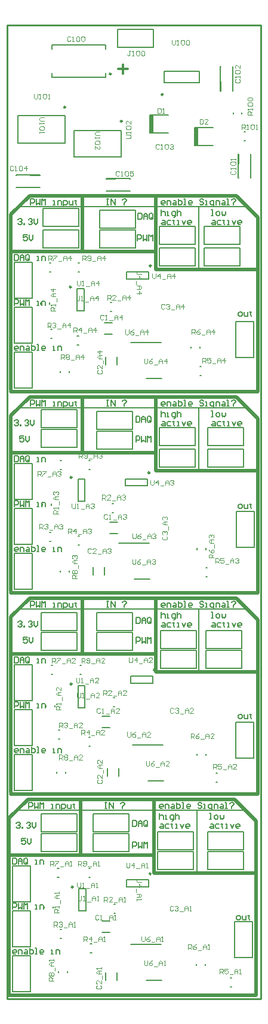
<source format=gto>
G04*
G04 #@! TF.GenerationSoftware,Altium Limited,Altium Designer,22.3.1 (43)*
G04*
G04 Layer_Color=65535*
%FSLAX25Y25*%
%MOIN*%
G70*
G04*
G04 #@! TF.SameCoordinates,279A1D3E-A716-413B-99E7-0DBA20A4D314*
G04*
G04*
G04 #@! TF.FilePolarity,Positive*
G04*
G01*
G75*
%ADD10C,0.00984*%
%ADD11C,0.00787*%
%ADD12C,0.01968*%
%ADD13C,0.00591*%
%ADD14C,0.01181*%
%ADD15C,0.00394*%
%ADD16R,0.02165X0.10039*%
%ADD17C,0.01000*%
D10*
X82579Y-359000D02*
G03*
X82579Y-359000I-492J0D01*
G01*
X36130Y-366815D02*
G03*
X36130Y-366815I-492J0D01*
G01*
X79579Y-249173D02*
G03*
X79579Y-249173I-492J0D01*
G01*
X36130Y-251815D02*
G03*
X36130Y-251815I-492J0D01*
G01*
X58012Y-27185D02*
G03*
X58012Y-27185I-492J0D01*
G01*
X35685Y-145815D02*
G03*
X35685Y-145815I-492J0D01*
G01*
X86949Y-38646D02*
G03*
X86949Y-38646I-492J0D01*
G01*
X32484Y-45697D02*
G03*
X32484Y-45697I-492J0D01*
G01*
X64181Y-53500D02*
G03*
X64181Y-53500I-492J0D01*
G01*
X80339Y-134000D02*
G03*
X80339Y-134000I-492J0D01*
G01*
X36748Y-479815D02*
G03*
X36748Y-479815I-492J0D01*
G01*
X80339Y-472433D02*
G03*
X80339Y-472433I-492J0D01*
G01*
D11*
X55850Y-418165D02*
Y-413835D01*
X62150Y-418165D02*
Y-413835D01*
X32461Y-416394D02*
Y-415606D01*
X27539Y-416394D02*
Y-415606D01*
X116606Y-421461D02*
X117394D01*
X116606Y-416539D02*
X117394D01*
X105858Y-406394D02*
Y-405606D01*
X110780Y-406394D02*
Y-405606D01*
X68898Y-366382D02*
X81102D01*
X68898Y-362445D02*
X81102D01*
X68898Y-366382D02*
Y-362445D01*
X81102Y-366382D02*
Y-362445D01*
X59161Y-374539D02*
X59949D01*
X59161Y-379461D02*
X59949D01*
X52898Y-384850D02*
X57228D01*
X52898Y-391150D02*
X57228D01*
X45606Y-401461D02*
X46394D01*
X45606Y-396539D02*
X46394D01*
X28606Y-397461D02*
X29394D01*
X28606Y-392539D02*
X29394D01*
X26461Y-379394D02*
Y-378606D01*
X21539Y-379394D02*
Y-378606D01*
X39476Y-367898D02*
X43413D01*
X39476Y-380102D02*
X43413D01*
X39476D02*
Y-367898D01*
X43413Y-380102D02*
Y-367898D01*
X40606Y-361461D02*
X41394D01*
X40606Y-356539D02*
X41394D01*
X24606Y-361461D02*
X25394D01*
X24606Y-356539D02*
X25394D01*
X18937Y-460000D02*
Y-450000D01*
Y-460000D02*
X38937D01*
Y-450000D01*
X18937D02*
X38937D01*
Y-449000D02*
Y-439000D01*
X18937D02*
X38937D01*
X18937Y-449000D02*
Y-439000D01*
Y-449000D02*
X38937D01*
X104000Y-459000D02*
Y-449000D01*
X84000D02*
X104000D01*
X84000Y-459000D02*
Y-449000D01*
Y-459000D02*
X104000D01*
X68000Y-449000D02*
Y-439000D01*
X48000D02*
X68000D01*
X48000Y-449000D02*
Y-439000D01*
Y-449000D02*
X68000D01*
X84000Y-470000D02*
Y-460000D01*
Y-470000D02*
X104000D01*
Y-460000D01*
X84000D02*
X104000D01*
X112000Y-470000D02*
Y-460000D01*
Y-470000D02*
X132000D01*
Y-460000D01*
X112000D02*
X132000D01*
X68000D02*
Y-450000D01*
X48000D02*
X68000D01*
X48000Y-460000D02*
Y-450000D01*
Y-460000D02*
X68000D01*
X132000Y-459000D02*
Y-449000D01*
X112000D02*
X132000D01*
X112000Y-459000D02*
Y-449000D01*
Y-459000D02*
X132000D01*
X3000Y-488000D02*
X13000D01*
Y-468000D01*
X3000D02*
X13000D01*
X3000Y-488000D02*
Y-468000D01*
X127000Y-519000D02*
X137000D01*
Y-499000D01*
X127000D02*
X137000D01*
X127000Y-519000D02*
Y-499000D01*
X3000Y-513000D02*
X13000D01*
Y-493000D01*
X3000D02*
X13000D01*
X3000Y-513000D02*
Y-493000D01*
Y-538000D02*
X13000D01*
Y-518000D01*
X3000D02*
X13000D01*
X3000Y-538000D02*
Y-518000D01*
X18937Y-348000D02*
Y-338000D01*
Y-348000D02*
X38937D01*
Y-338000D01*
X18937D02*
X38937D01*
Y-337000D02*
Y-327000D01*
X18937D02*
X38937D01*
X18937Y-337000D02*
Y-327000D01*
Y-337000D02*
X38937D01*
X105500Y-347000D02*
Y-337000D01*
X85500D02*
X105500D01*
X85500Y-347000D02*
Y-337000D01*
Y-347000D02*
X105500D01*
X70063Y-337000D02*
Y-327000D01*
X50063D02*
X70063D01*
X50063Y-337000D02*
Y-327000D01*
Y-337000D02*
X70063D01*
X85500Y-358000D02*
Y-348000D01*
Y-358000D02*
X105500D01*
Y-348000D01*
X85500D02*
X105500D01*
X78571Y-420843D02*
X87232D01*
X69811Y-400862D02*
X86937D01*
X69811D02*
X86937D01*
X111000Y-358000D02*
Y-348000D01*
Y-358000D02*
X131000D01*
Y-348000D01*
X111000D02*
X131000D01*
X70000D02*
Y-338000D01*
X50000D02*
X70000D01*
X50000Y-348000D02*
Y-338000D01*
Y-348000D02*
X70000D01*
X131000Y-347000D02*
Y-337000D01*
X111000D02*
X131000D01*
X111000Y-347000D02*
Y-337000D01*
Y-347000D02*
X131000D01*
X4000Y-376000D02*
X14000D01*
Y-356000D01*
X4000D02*
X14000D01*
X4000Y-376000D02*
Y-356000D01*
X127500Y-408000D02*
X137500D01*
Y-388000D01*
X127500D02*
X137500D01*
X127500Y-408000D02*
Y-388000D01*
X4000Y-401000D02*
X14000D01*
Y-381000D01*
X4000D02*
X14000D01*
X4000Y-401000D02*
Y-381000D01*
Y-426000D02*
X14000D01*
Y-406000D01*
X4000D02*
X14000D01*
X4000Y-426000D02*
Y-406000D01*
X23606Y-287461D02*
X24394D01*
X23606Y-282539D02*
X24394D01*
X45606Y-247461D02*
X46394D01*
X45606Y-242539D02*
X46394D01*
X29606Y-247461D02*
X30394D01*
X29606Y-242539D02*
X30394D01*
X70890Y-308402D02*
X79551D01*
X62130Y-288421D02*
X79256D01*
X62130D02*
X79256D01*
X57390Y-276850D02*
X61721D01*
X57390Y-283150D02*
X61721D01*
X39606Y-289461D02*
X40394D01*
X39606Y-284539D02*
X40394D01*
X47850Y-306165D02*
Y-301835D01*
X54150Y-306165D02*
Y-301835D01*
X110925Y-307020D02*
X111713D01*
X110925Y-302098D02*
X111713D01*
X105858Y-291953D02*
Y-291165D01*
X110780Y-291953D02*
Y-291165D01*
X58606Y-266539D02*
X59394D01*
X58606Y-271461D02*
X59394D01*
X65898Y-256555D02*
X78102D01*
X65898Y-252618D02*
X78102D01*
X65898Y-256555D02*
Y-252618D01*
X78102Y-256555D02*
Y-252618D01*
X34461Y-304394D02*
Y-303606D01*
X29539Y-304394D02*
Y-303606D01*
X39476Y-252898D02*
X43413D01*
X39476Y-265102D02*
X43413D01*
X39476D02*
Y-252898D01*
X43413Y-265102D02*
Y-252898D01*
X24461Y-267331D02*
Y-266543D01*
X19539Y-267331D02*
Y-266543D01*
X68811Y-176862D02*
X85937D01*
X68811D02*
X85937D01*
X77571Y-196843D02*
X86232D01*
X130000Y-122000D02*
Y-112000D01*
X110000D02*
X130000D01*
X110000Y-122000D02*
Y-112000D01*
Y-122000D02*
X130000D01*
X110000Y-134000D02*
Y-124000D01*
Y-134000D02*
X130000D01*
Y-124000D01*
X110000D02*
X130000D01*
X105000Y-122000D02*
Y-112000D01*
X85000D02*
X105000D01*
X85000Y-122000D02*
Y-112000D01*
Y-122000D02*
X105000D01*
X23543Y-132539D02*
X24331D01*
X23543Y-137461D02*
X24331D01*
X107461Y-179831D02*
Y-179043D01*
X102539Y-179831D02*
Y-179043D01*
X4000Y-152000D02*
Y-132000D01*
X14000D01*
Y-152000D02*
Y-132000D01*
X4000Y-152000D02*
X14000D01*
X71500Y-113000D02*
Y-103000D01*
X51500D02*
X71500D01*
X51500Y-113000D02*
Y-103000D01*
Y-113000D02*
X71500D01*
X107543Y-190114D02*
X108331D01*
X107543Y-195035D02*
X108331D01*
X54311Y-165850D02*
X58642D01*
X54311Y-172150D02*
X58642D01*
X54850Y-189228D02*
Y-184898D01*
X61150Y-189228D02*
Y-184898D01*
X25039Y-13406D02*
Y-10945D01*
X54961Y-13406D02*
Y-10945D01*
X25039Y-29055D02*
Y-26594D01*
X54961Y-29055D02*
Y-26594D01*
X25039Y-10945D02*
X54961D01*
X25039Y-29055D02*
X54961D01*
X129154Y-76913D02*
Y-71795D01*
X128957Y-85181D02*
X129154D01*
X135846Y-76913D02*
Y-71795D01*
Y-85181D02*
X136043D01*
X128957D02*
Y-71795D01*
X136043Y-85181D02*
Y-71795D01*
X125847Y-36614D02*
Y-31496D01*
Y-23228D02*
X126043D01*
X119153Y-36614D02*
Y-31496D01*
X118957Y-23228D02*
X119153D01*
X126043Y-36614D02*
Y-23228D01*
X118957Y-36614D02*
Y-23228D01*
X13087Y-83653D02*
X18205D01*
X4819D02*
Y-83457D01*
X13087Y-90346D02*
X18205D01*
X4819Y-90543D02*
Y-90346D01*
Y-83457D02*
X18205D01*
X4819Y-90543D02*
X18205D01*
X55295Y-92347D02*
X60413D01*
X68681Y-92543D02*
Y-92347D01*
X55295Y-85654D02*
X60413D01*
X68681D02*
Y-85457D01*
X55295Y-92543D02*
X68681D01*
X55295Y-85457D02*
X68681D01*
X79555Y-49980D02*
X90067D01*
X79555Y-60020D02*
X90067D01*
X79555D02*
Y-49980D01*
X104555Y-56980D02*
X115067D01*
X104555Y-67020D02*
X115067D01*
X104555D02*
Y-56980D01*
X20000Y-124000D02*
Y-114000D01*
Y-124000D02*
X40000D01*
Y-114000D01*
X20000D02*
X40000D01*
X81500Y-12500D02*
Y-2500D01*
X61500D02*
X81500D01*
X61500Y-12500D02*
Y-2500D01*
Y-12500D02*
X81500D01*
X4000Y-177000D02*
X14000D01*
Y-157000D01*
X4000D02*
X14000D01*
X4000Y-177000D02*
Y-157000D01*
X127500Y-185000D02*
X137500D01*
Y-165000D01*
X127500D02*
X137500D01*
X127500Y-185000D02*
Y-165000D01*
X23461Y-155331D02*
Y-154543D01*
X18539Y-155331D02*
Y-154543D01*
X57606Y-154539D02*
X58394D01*
X57606Y-159461D02*
X58394D01*
X24106Y-174461D02*
X24894D01*
X24106Y-169539D02*
X24894D01*
X39043Y-177961D02*
X39831D01*
X39043Y-173039D02*
X39831D01*
X126102Y-49394D02*
Y-48606D01*
X131024Y-49394D02*
Y-48606D01*
X132106Y-64461D02*
X132894D01*
X132106Y-59539D02*
X132894D01*
X42968Y-159102D02*
Y-146898D01*
X39031Y-159102D02*
Y-146898D01*
Y-159102D02*
X42968D01*
X39031Y-146898D02*
X42968D01*
X87657Y-32150D02*
X107343D01*
X87657Y-25850D02*
X107343D01*
X87657Y-32150D02*
Y-25850D01*
X107343Y-32150D02*
Y-25850D01*
X5811Y-65677D02*
Y-50323D01*
X32189Y-65677D02*
Y-50323D01*
X5811Y-65677D02*
X32189D01*
X5811Y-50323D02*
X32189D01*
X37311Y-73283D02*
Y-58716D01*
X63689Y-73283D02*
Y-58716D01*
X37311Y-73283D02*
X63689D01*
X37311Y-58716D02*
X63689D01*
X34461Y-193394D02*
Y-192606D01*
X29539Y-193394D02*
Y-192606D01*
X4000Y-201937D02*
X14000D01*
Y-181937D01*
X4000D02*
X14000D01*
X4000Y-201937D02*
Y-181937D01*
X71500Y-124000D02*
Y-114000D01*
X51500D02*
X71500D01*
X51500Y-124000D02*
Y-114000D01*
Y-124000D02*
X71500D01*
X39543Y-132539D02*
X40331D01*
X39543Y-137461D02*
X40331D01*
X40000Y-112000D02*
Y-102000D01*
X20000D02*
X40000D01*
X20000Y-112000D02*
Y-102000D01*
Y-112000D02*
X40000D01*
X132000Y-234000D02*
Y-224000D01*
X112000D02*
X132000D01*
X112000Y-234000D02*
Y-224000D01*
Y-234000D02*
X132000D01*
X70000Y-236000D02*
Y-226000D01*
X50000D02*
X70000D01*
X50000Y-236000D02*
Y-226000D01*
Y-236000D02*
X70000D01*
X105000Y-234000D02*
Y-224000D01*
X85000D02*
X105000D01*
X85000Y-234000D02*
Y-224000D01*
Y-234000D02*
X105000D01*
X70000Y-225000D02*
Y-215000D01*
X50000D02*
X70000D01*
X50000Y-225000D02*
Y-215000D01*
Y-225000D02*
X70000D01*
X39000Y-224000D02*
Y-214000D01*
X19000D02*
X39000D01*
X19000Y-224000D02*
Y-214000D01*
Y-224000D02*
X39000D01*
X19000Y-235000D02*
Y-225000D01*
Y-235000D02*
X39000D01*
Y-225000D01*
X19000D02*
X39000D01*
X78862Y-141382D02*
Y-137445D01*
X66658Y-141382D02*
Y-137445D01*
X78862D01*
X66658Y-141382D02*
X78862D01*
X112000Y-246000D02*
Y-236000D01*
Y-246000D02*
X132000D01*
Y-236000D01*
X112000D02*
X132000D01*
X85000Y-246000D02*
Y-236000D01*
Y-246000D02*
X105000D01*
Y-236000D01*
X85000D02*
X105000D01*
X85000Y-134000D02*
Y-124000D01*
Y-134000D02*
X105000D01*
Y-124000D01*
X85000D02*
X105000D01*
X4000Y-314000D02*
X14000D01*
Y-294000D01*
X4000D02*
X14000D01*
X4000Y-314000D02*
Y-294000D01*
Y-289000D02*
X14000D01*
Y-269000D01*
X4000D02*
X14000D01*
X4000Y-289000D02*
Y-269000D01*
X128000Y-290874D02*
X138000D01*
Y-270874D01*
X128000D02*
X138000D01*
X128000Y-290874D02*
Y-270874D01*
X4000Y-264000D02*
X14000D01*
Y-244000D01*
X4000D02*
X14000D01*
X4000Y-264000D02*
Y-244000D01*
X6000Y-437000D02*
X133000D01*
X106066Y-472000D02*
Y-437000D01*
X7000Y-325000D02*
X134000D01*
X107066Y-360000D02*
Y-325000D01*
X7000Y-213000D02*
X134000D01*
X107066Y-248000D02*
Y-213000D01*
Y-136000D02*
Y-101000D01*
X7000D02*
X134000D01*
X28043Y-474461D02*
X28831D01*
X28043Y-469539D02*
X28831D01*
X45606Y-474461D02*
X46394D01*
X45606Y-469539D02*
X46394D01*
X40095Y-480898D02*
X44032D01*
X40095Y-493102D02*
X44032D01*
X40095D02*
Y-480898D01*
X44032Y-493102D02*
Y-480898D01*
X25461Y-491394D02*
Y-490606D01*
X20539Y-491394D02*
Y-490606D01*
X29606Y-508461D02*
X30394D01*
X29606Y-503539D02*
X30394D01*
X46413Y-516461D02*
X47201D01*
X46413Y-511539D02*
X47201D01*
X52835Y-498850D02*
X57165D01*
X52835Y-505150D02*
X57165D01*
X77571Y-531843D02*
X86232D01*
X68811Y-511862D02*
X85937D01*
X68811D02*
X85937D01*
X66658Y-479815D02*
X78862D01*
X66658Y-475878D02*
X78862D01*
X66658Y-479815D02*
Y-475878D01*
X78862Y-479815D02*
Y-475878D01*
X54850Y-531665D02*
Y-527335D01*
X61150Y-531665D02*
Y-527335D01*
X33461Y-527394D02*
Y-526606D01*
X28539Y-527394D02*
Y-526606D01*
X124606Y-535461D02*
X125394D01*
X124606Y-530539D02*
X125394D01*
X105539Y-523394D02*
Y-522606D01*
X110461Y-523394D02*
Y-522606D01*
X59606Y-489539D02*
X60394D01*
X59606Y-494461D02*
X60394D01*
D12*
X41066Y-462000D02*
Y-431000D01*
X1000Y-441500D02*
X11500Y-431000D01*
X139066Y-540000D02*
Y-443066D01*
X127000Y-431000D02*
X139066Y-443066D01*
X11500Y-431000D02*
X127000D01*
X1066Y-540000D02*
X139066D01*
X1066Y-539173D02*
Y-442239D01*
X82000Y-471934D02*
X139066D01*
X1000Y-462000D02*
X81066D01*
X81934Y-472000D02*
Y-431000D01*
X42066Y-350000D02*
Y-319000D01*
X2000Y-329500D02*
X12500Y-319000D01*
X140066Y-428000D02*
Y-331066D01*
X128000Y-319000D02*
X140066Y-331066D01*
X12500Y-319000D02*
X128000D01*
X2066Y-428000D02*
X140066D01*
X2066Y-427173D02*
Y-330239D01*
X83000Y-359934D02*
X140066D01*
X2000Y-350000D02*
X82066D01*
X82934Y-360000D02*
Y-319000D01*
X42066Y-238000D02*
Y-207000D01*
X2000Y-217500D02*
X12500Y-207000D01*
X140066Y-316000D02*
Y-219066D01*
X128000Y-207000D02*
X140066Y-219066D01*
X12500Y-207000D02*
X128000D01*
X2066Y-316000D02*
X140066D01*
X2066Y-315173D02*
Y-218239D01*
X83000Y-247934D02*
X140066D01*
X2000Y-238000D02*
X82066D01*
X82934Y-248000D02*
Y-207000D01*
Y-136000D02*
Y-95000D01*
X2000Y-126000D02*
X82066D01*
X83000Y-135934D02*
X140066D01*
X2066Y-203173D02*
Y-106239D01*
Y-204000D02*
X140066D01*
X12500Y-95000D02*
X128000D01*
X140066Y-107066D01*
Y-204000D02*
Y-107066D01*
X2000Y-105500D02*
X12500Y-95000D01*
X42066Y-126000D02*
Y-95000D01*
D13*
X85525Y-444901D02*
X86574D01*
X87099Y-445426D01*
Y-447000D01*
X85525D01*
X85000Y-446475D01*
X85525Y-445951D01*
X87099D01*
X90248Y-444901D02*
X88673D01*
X88149Y-445426D01*
Y-446475D01*
X88673Y-447000D01*
X90248D01*
X91822Y-444376D02*
Y-444901D01*
X91297D01*
X92347D01*
X91822D01*
Y-446475D01*
X92347Y-447000D01*
X93921D02*
X94971D01*
X94446D01*
Y-444901D01*
X93921D01*
X96545D02*
X97594Y-447000D01*
X98644Y-444901D01*
X101268Y-447000D02*
X100218D01*
X99693Y-446475D01*
Y-445426D01*
X100218Y-444901D01*
X101268D01*
X101793Y-445426D01*
Y-445951D01*
X99693D01*
X113525Y-444901D02*
X114574D01*
X115099Y-445426D01*
Y-447000D01*
X113525D01*
X113000Y-446475D01*
X113525Y-445951D01*
X115099D01*
X118248Y-444901D02*
X116673D01*
X116149Y-445426D01*
Y-446475D01*
X116673Y-447000D01*
X118248D01*
X119822Y-444376D02*
Y-444901D01*
X119297D01*
X120347D01*
X119822D01*
Y-446475D01*
X120347Y-447000D01*
X121921D02*
X122970D01*
X122446D01*
Y-444901D01*
X121921D01*
X124545D02*
X125594Y-447000D01*
X126644Y-444901D01*
X129268Y-447000D02*
X128218D01*
X127693Y-446475D01*
Y-445426D01*
X128218Y-444901D01*
X129268D01*
X129792Y-445426D01*
Y-445951D01*
X127693D01*
X113000Y-442000D02*
X114049D01*
X113525D01*
Y-438851D01*
X113000D01*
X116149Y-442000D02*
X117198D01*
X117723Y-441475D01*
Y-440426D01*
X117198Y-439901D01*
X116149D01*
X115624Y-440426D01*
Y-441475D01*
X116149Y-442000D01*
X118772Y-439901D02*
Y-441475D01*
X119297Y-442000D01*
X119822Y-441475D01*
X120347Y-442000D01*
X120871Y-441475D01*
Y-439901D01*
X85000Y-438851D02*
Y-442000D01*
Y-440426D01*
X85525Y-439901D01*
X86574D01*
X87099Y-440426D01*
Y-442000D01*
X88149D02*
X89198D01*
X88673D01*
Y-439901D01*
X88149D01*
X91822Y-443049D02*
X92347D01*
X92871Y-442525D01*
Y-439901D01*
X91297D01*
X90772Y-440426D01*
Y-441475D01*
X91297Y-442000D01*
X92871D01*
X93921Y-438851D02*
Y-442000D01*
Y-440426D01*
X94446Y-439901D01*
X95495D01*
X96020Y-440426D01*
Y-442000D01*
X86574Y-436000D02*
X85525D01*
X85000Y-435475D01*
Y-434426D01*
X85525Y-433901D01*
X86574D01*
X87099Y-434426D01*
Y-434950D01*
X85000D01*
X88149Y-436000D02*
Y-433901D01*
X89723D01*
X90248Y-434426D01*
Y-436000D01*
X91822Y-433901D02*
X92871D01*
X93396Y-434426D01*
Y-436000D01*
X91822D01*
X91297Y-435475D01*
X91822Y-434950D01*
X93396D01*
X94446Y-432851D02*
Y-436000D01*
X96020D01*
X96545Y-435475D01*
Y-434950D01*
Y-434426D01*
X96020Y-433901D01*
X94446D01*
X97594Y-436000D02*
X98644D01*
X98119D01*
Y-432851D01*
X97594D01*
X101793Y-436000D02*
X100743D01*
X100218Y-435475D01*
Y-434426D01*
X100743Y-433901D01*
X101793D01*
X102317Y-434426D01*
Y-434950D01*
X100218D01*
X108614Y-433376D02*
X108090Y-432851D01*
X107040D01*
X106515Y-433376D01*
Y-433901D01*
X107040Y-434426D01*
X108090D01*
X108614Y-434950D01*
Y-435475D01*
X108090Y-436000D01*
X107040D01*
X106515Y-435475D01*
X109664Y-436000D02*
X110714D01*
X110189D01*
Y-433901D01*
X109664D01*
X113337Y-437049D02*
X113862D01*
X114387Y-436525D01*
Y-433901D01*
X112813D01*
X112288Y-434426D01*
Y-435475D01*
X112813Y-436000D01*
X114387D01*
X115436D02*
Y-433901D01*
X117011D01*
X117535Y-434426D01*
Y-436000D01*
X119110Y-433901D02*
X120159D01*
X120684Y-434426D01*
Y-436000D01*
X119110D01*
X118585Y-435475D01*
X119110Y-434950D01*
X120684D01*
X121734Y-436000D02*
X122783D01*
X122258D01*
Y-432851D01*
X121734D01*
X124357Y-433376D02*
X124882Y-432851D01*
X125932D01*
X126456Y-433376D01*
Y-433901D01*
X125407Y-434950D01*
Y-435475D02*
Y-436000D01*
X12000D02*
Y-432851D01*
X13574D01*
X14099Y-433376D01*
Y-434426D01*
X13574Y-434950D01*
X12000D01*
X15149Y-432851D02*
Y-436000D01*
X16198Y-434950D01*
X17248Y-436000D01*
Y-432851D01*
X18297Y-436000D02*
Y-432851D01*
X19347Y-433901D01*
X20396Y-432851D01*
Y-436000D01*
X24594D02*
X25644D01*
X25119D01*
Y-433901D01*
X24594D01*
X27218Y-436000D02*
Y-433901D01*
X28793D01*
X29317Y-434426D01*
Y-436000D01*
X30367Y-437049D02*
Y-433901D01*
X31941D01*
X32466Y-434426D01*
Y-435475D01*
X31941Y-436000D01*
X30367D01*
X33515Y-433901D02*
Y-435475D01*
X34040Y-436000D01*
X35614D01*
Y-433901D01*
X37189Y-433376D02*
Y-433901D01*
X36664D01*
X37714D01*
X37189D01*
Y-435475D01*
X37714Y-436000D01*
X70000Y-442851D02*
Y-446000D01*
X71574D01*
X72099Y-445475D01*
Y-443376D01*
X71574Y-442851D01*
X70000D01*
X73149Y-446000D02*
Y-443901D01*
X74198Y-442851D01*
X75248Y-443901D01*
Y-446000D01*
Y-444426D01*
X73149D01*
X78396Y-445475D02*
Y-443376D01*
X77872Y-442851D01*
X76822D01*
X76297Y-443376D01*
Y-445475D01*
X76822Y-446000D01*
X77872D01*
X77347Y-444950D02*
X78396Y-446000D01*
X77872D02*
X78396Y-445475D01*
X5000Y-444376D02*
X5525Y-443851D01*
X6574D01*
X7099Y-444376D01*
Y-444901D01*
X6574Y-445426D01*
X6050D01*
X6574D01*
X7099Y-445951D01*
Y-446475D01*
X6574Y-447000D01*
X5525D01*
X5000Y-446475D01*
X8149Y-447000D02*
Y-446475D01*
X8673D01*
Y-447000D01*
X8149D01*
X10772Y-444376D02*
X11297Y-443851D01*
X12347D01*
X12871Y-444376D01*
Y-444901D01*
X12347Y-445426D01*
X11822D01*
X12347D01*
X12871Y-445951D01*
Y-446475D01*
X12347Y-447000D01*
X11297D01*
X10772Y-446475D01*
X13921Y-443851D02*
Y-445951D01*
X14970Y-447000D01*
X16020Y-445951D01*
Y-443851D01*
X10099Y-452851D02*
X8000D01*
Y-454426D01*
X9049Y-453901D01*
X9574D01*
X10099Y-454426D01*
Y-455475D01*
X9574Y-456000D01*
X8525D01*
X8000Y-455475D01*
X11149Y-452851D02*
Y-454951D01*
X12198Y-456000D01*
X13248Y-454951D01*
Y-452851D01*
X70000Y-458000D02*
Y-454851D01*
X71574D01*
X72099Y-455376D01*
Y-456426D01*
X71574Y-456951D01*
X70000D01*
X73149Y-454851D02*
Y-458000D01*
X74198Y-456951D01*
X75248Y-458000D01*
Y-454851D01*
X76297Y-458000D02*
Y-454851D01*
X77347Y-455901D01*
X78396Y-454851D01*
Y-458000D01*
X54437Y-432851D02*
X55487D01*
X54962D01*
Y-436000D01*
X54437D01*
X55487D01*
X57061D02*
Y-432851D01*
X59160Y-436000D01*
Y-432851D01*
X63358Y-433376D02*
X63883Y-432851D01*
X64932D01*
X65457Y-433376D01*
Y-433901D01*
X64408Y-434950D01*
Y-435475D02*
Y-436000D01*
X3000Y-463851D02*
Y-467000D01*
X4574D01*
X5099Y-466475D01*
Y-464376D01*
X4574Y-463851D01*
X3000D01*
X6149Y-467000D02*
Y-464901D01*
X7198Y-463851D01*
X8248Y-464901D01*
Y-467000D01*
Y-465426D01*
X6149D01*
X11396Y-466475D02*
Y-464376D01*
X10871Y-463851D01*
X9822D01*
X9297Y-464376D01*
Y-466475D01*
X9822Y-467000D01*
X10871D01*
X10347Y-465950D02*
X11396Y-467000D01*
X10871D02*
X11396Y-466475D01*
X15594Y-467000D02*
X16644D01*
X16119D01*
Y-464901D01*
X15594D01*
X18218Y-467000D02*
Y-464901D01*
X19793D01*
X20317Y-465426D01*
Y-467000D01*
X3000Y-492000D02*
Y-488851D01*
X4574D01*
X5099Y-489376D01*
Y-490426D01*
X4574Y-490950D01*
X3000D01*
X6149Y-488851D02*
Y-492000D01*
X7198Y-490950D01*
X8248Y-492000D01*
Y-488851D01*
X9297Y-492000D02*
Y-488851D01*
X10347Y-489901D01*
X11396Y-488851D01*
Y-492000D01*
X15594D02*
X16644D01*
X16119D01*
Y-489901D01*
X15594D01*
X18218Y-492000D02*
Y-489901D01*
X19793D01*
X20317Y-490426D01*
Y-492000D01*
X4574Y-517000D02*
X3525D01*
X3000Y-516475D01*
Y-515426D01*
X3525Y-514901D01*
X4574D01*
X5099Y-515426D01*
Y-515950D01*
X3000D01*
X6149Y-517000D02*
Y-514901D01*
X7723D01*
X8248Y-515426D01*
Y-517000D01*
X9822Y-514901D02*
X10871D01*
X11396Y-515426D01*
Y-517000D01*
X9822D01*
X9297Y-516475D01*
X9822Y-515950D01*
X11396D01*
X12446Y-513851D02*
Y-517000D01*
X14020D01*
X14545Y-516475D01*
Y-515950D01*
Y-515426D01*
X14020Y-514901D01*
X12446D01*
X15594Y-517000D02*
X16644D01*
X16119D01*
Y-513851D01*
X15594D01*
X19793Y-517000D02*
X18743D01*
X18218Y-516475D01*
Y-515426D01*
X18743Y-514901D01*
X19793D01*
X20317Y-515426D01*
Y-515950D01*
X18218D01*
X24515Y-517000D02*
X25565D01*
X25040D01*
Y-514901D01*
X24515D01*
X27139Y-517000D02*
Y-514901D01*
X28714D01*
X29238Y-515426D01*
Y-517000D01*
X128525Y-498000D02*
X129574D01*
X130099Y-497475D01*
Y-496426D01*
X129574Y-495901D01*
X128525D01*
X128000Y-496426D01*
Y-497475D01*
X128525Y-498000D01*
X131149Y-495901D02*
Y-497475D01*
X131673Y-498000D01*
X133248D01*
Y-495901D01*
X134822Y-495376D02*
Y-495901D01*
X134297D01*
X135347D01*
X134822D01*
Y-497475D01*
X135347Y-498000D01*
X86525Y-332901D02*
X87574D01*
X88099Y-333426D01*
Y-335000D01*
X86525D01*
X86000Y-334475D01*
X86525Y-333950D01*
X88099D01*
X91248Y-332901D02*
X89673D01*
X89149Y-333426D01*
Y-334475D01*
X89673Y-335000D01*
X91248D01*
X92822Y-332376D02*
Y-332901D01*
X92297D01*
X93347D01*
X92822D01*
Y-334475D01*
X93347Y-335000D01*
X94921D02*
X95970D01*
X95446D01*
Y-332901D01*
X94921D01*
X97545D02*
X98594Y-335000D01*
X99644Y-332901D01*
X102268Y-335000D02*
X101218D01*
X100693Y-334475D01*
Y-333426D01*
X101218Y-332901D01*
X102268D01*
X102793Y-333426D01*
Y-333950D01*
X100693D01*
X114525Y-332901D02*
X115574D01*
X116099Y-333426D01*
Y-335000D01*
X114525D01*
X114000Y-334475D01*
X114525Y-333950D01*
X116099D01*
X119248Y-332901D02*
X117673D01*
X117149Y-333426D01*
Y-334475D01*
X117673Y-335000D01*
X119248D01*
X120822Y-332376D02*
Y-332901D01*
X120297D01*
X121347D01*
X120822D01*
Y-334475D01*
X121347Y-335000D01*
X122921D02*
X123970D01*
X123446D01*
Y-332901D01*
X122921D01*
X125545D02*
X126594Y-335000D01*
X127644Y-332901D01*
X130268Y-335000D02*
X129218D01*
X128693Y-334475D01*
Y-333426D01*
X129218Y-332901D01*
X130268D01*
X130792Y-333426D01*
Y-333950D01*
X128693D01*
X114000Y-330000D02*
X115050D01*
X114525D01*
Y-326851D01*
X114000D01*
X117149Y-330000D02*
X118198D01*
X118723Y-329475D01*
Y-328426D01*
X118198Y-327901D01*
X117149D01*
X116624Y-328426D01*
Y-329475D01*
X117149Y-330000D01*
X119772Y-327901D02*
Y-329475D01*
X120297Y-330000D01*
X120822Y-329475D01*
X121347Y-330000D01*
X121871Y-329475D01*
Y-327901D01*
X86000Y-326851D02*
Y-330000D01*
Y-328426D01*
X86525Y-327901D01*
X87574D01*
X88099Y-328426D01*
Y-330000D01*
X89149D02*
X90198D01*
X89673D01*
Y-327901D01*
X89149D01*
X92822Y-331049D02*
X93347D01*
X93871Y-330525D01*
Y-327901D01*
X92297D01*
X91772Y-328426D01*
Y-329475D01*
X92297Y-330000D01*
X93871D01*
X94921Y-326851D02*
Y-330000D01*
Y-328426D01*
X95446Y-327901D01*
X96495D01*
X97020Y-328426D01*
Y-330000D01*
X87574Y-324000D02*
X86525D01*
X86000Y-323475D01*
Y-322426D01*
X86525Y-321901D01*
X87574D01*
X88099Y-322426D01*
Y-322951D01*
X86000D01*
X89149Y-324000D02*
Y-321901D01*
X90723D01*
X91248Y-322426D01*
Y-324000D01*
X92822Y-321901D02*
X93871D01*
X94396Y-322426D01*
Y-324000D01*
X92822D01*
X92297Y-323475D01*
X92822Y-322951D01*
X94396D01*
X95446Y-320851D02*
Y-324000D01*
X97020D01*
X97545Y-323475D01*
Y-322951D01*
Y-322426D01*
X97020Y-321901D01*
X95446D01*
X98594Y-324000D02*
X99644D01*
X99119D01*
Y-320851D01*
X98594D01*
X102793Y-324000D02*
X101743D01*
X101218Y-323475D01*
Y-322426D01*
X101743Y-321901D01*
X102793D01*
X103317Y-322426D01*
Y-322951D01*
X101218D01*
X109614Y-321376D02*
X109090Y-320851D01*
X108040D01*
X107515Y-321376D01*
Y-321901D01*
X108040Y-322426D01*
X109090D01*
X109614Y-322951D01*
Y-323475D01*
X109090Y-324000D01*
X108040D01*
X107515Y-323475D01*
X110664Y-324000D02*
X111714D01*
X111189D01*
Y-321901D01*
X110664D01*
X114337Y-325049D02*
X114862D01*
X115387Y-324525D01*
Y-321901D01*
X113813D01*
X113288Y-322426D01*
Y-323475D01*
X113813Y-324000D01*
X115387D01*
X116436D02*
Y-321901D01*
X118011D01*
X118535Y-322426D01*
Y-324000D01*
X120110Y-321901D02*
X121159D01*
X121684Y-322426D01*
Y-324000D01*
X120110D01*
X119585Y-323475D01*
X120110Y-322951D01*
X121684D01*
X122734Y-324000D02*
X123783D01*
X123258D01*
Y-320851D01*
X122734D01*
X125357Y-321376D02*
X125882Y-320851D01*
X126932D01*
X127456Y-321376D01*
Y-321901D01*
X126407Y-322951D01*
Y-323475D02*
Y-324000D01*
X13000D02*
Y-320851D01*
X14574D01*
X15099Y-321376D01*
Y-322426D01*
X14574Y-322951D01*
X13000D01*
X16149Y-320851D02*
Y-324000D01*
X17198Y-322951D01*
X18248Y-324000D01*
Y-320851D01*
X19297Y-324000D02*
Y-320851D01*
X20347Y-321901D01*
X21396Y-320851D01*
Y-324000D01*
X25594D02*
X26644D01*
X26119D01*
Y-321901D01*
X25594D01*
X28218Y-324000D02*
Y-321901D01*
X29792D01*
X30317Y-322426D01*
Y-324000D01*
X31367Y-325049D02*
Y-321901D01*
X32941D01*
X33466Y-322426D01*
Y-323475D01*
X32941Y-324000D01*
X31367D01*
X34515Y-321901D02*
Y-323475D01*
X35040Y-324000D01*
X36614D01*
Y-321901D01*
X38189Y-321376D02*
Y-321901D01*
X37664D01*
X38713D01*
X38189D01*
Y-323475D01*
X38713Y-324000D01*
X72000Y-329851D02*
Y-333000D01*
X73574D01*
X74099Y-332475D01*
Y-330376D01*
X73574Y-329851D01*
X72000D01*
X75149Y-333000D02*
Y-330901D01*
X76198Y-329851D01*
X77248Y-330901D01*
Y-333000D01*
Y-331426D01*
X75149D01*
X80396Y-332475D02*
Y-330376D01*
X79871Y-329851D01*
X78822D01*
X78297Y-330376D01*
Y-332475D01*
X78822Y-333000D01*
X79871D01*
X79347Y-331950D02*
X80396Y-333000D01*
X79871D02*
X80396Y-332475D01*
X6000Y-332376D02*
X6525Y-331851D01*
X7574D01*
X8099Y-332376D01*
Y-332901D01*
X7574Y-333426D01*
X7050D01*
X7574D01*
X8099Y-333950D01*
Y-334475D01*
X7574Y-335000D01*
X6525D01*
X6000Y-334475D01*
X9149Y-335000D02*
Y-334475D01*
X9673D01*
Y-335000D01*
X9149D01*
X11772Y-332376D02*
X12297Y-331851D01*
X13347D01*
X13871Y-332376D01*
Y-332901D01*
X13347Y-333426D01*
X12822D01*
X13347D01*
X13871Y-333950D01*
Y-334475D01*
X13347Y-335000D01*
X12297D01*
X11772Y-334475D01*
X14921Y-331851D02*
Y-333950D01*
X15970Y-335000D01*
X17020Y-333950D01*
Y-331851D01*
X11099Y-340851D02*
X9000D01*
Y-342426D01*
X10050Y-341901D01*
X10574D01*
X11099Y-342426D01*
Y-343475D01*
X10574Y-344000D01*
X9525D01*
X9000Y-343475D01*
X12149Y-340851D02*
Y-342951D01*
X13198Y-344000D01*
X14248Y-342951D01*
Y-340851D01*
X72000Y-344000D02*
Y-340851D01*
X73574D01*
X74099Y-341376D01*
Y-342426D01*
X73574Y-342951D01*
X72000D01*
X75149Y-340851D02*
Y-344000D01*
X76198Y-342951D01*
X77248Y-344000D01*
Y-340851D01*
X78297Y-344000D02*
Y-340851D01*
X79347Y-341901D01*
X80396Y-340851D01*
Y-344000D01*
X55437Y-320851D02*
X56486D01*
X55962D01*
Y-324000D01*
X55437D01*
X56486D01*
X58061D02*
Y-320851D01*
X60160Y-324000D01*
Y-320851D01*
X64358Y-321376D02*
X64883Y-320851D01*
X65932D01*
X66457Y-321376D01*
Y-321901D01*
X65408Y-322951D01*
Y-323475D02*
Y-324000D01*
X4000Y-351851D02*
Y-355000D01*
X5574D01*
X6099Y-354475D01*
Y-352376D01*
X5574Y-351851D01*
X4000D01*
X7149Y-355000D02*
Y-352901D01*
X8198Y-351851D01*
X9248Y-352901D01*
Y-355000D01*
Y-353426D01*
X7149D01*
X12396Y-354475D02*
Y-352376D01*
X11872Y-351851D01*
X10822D01*
X10297Y-352376D01*
Y-354475D01*
X10822Y-355000D01*
X11872D01*
X11347Y-353951D02*
X12396Y-355000D01*
X11872D02*
X12396Y-354475D01*
X16594Y-355000D02*
X17644D01*
X17119D01*
Y-352901D01*
X16594D01*
X19218Y-355000D02*
Y-352901D01*
X20793D01*
X21317Y-353426D01*
Y-355000D01*
X4000Y-380000D02*
Y-376851D01*
X5574D01*
X6099Y-377376D01*
Y-378426D01*
X5574Y-378951D01*
X4000D01*
X7149Y-376851D02*
Y-380000D01*
X8198Y-378951D01*
X9248Y-380000D01*
Y-376851D01*
X10297Y-380000D02*
Y-376851D01*
X11347Y-377901D01*
X12396Y-376851D01*
Y-380000D01*
X16594D02*
X17644D01*
X17119D01*
Y-377901D01*
X16594D01*
X19218Y-380000D02*
Y-377901D01*
X20793D01*
X21317Y-378426D01*
Y-380000D01*
X5574Y-405000D02*
X4525D01*
X4000Y-404475D01*
Y-403426D01*
X4525Y-402901D01*
X5574D01*
X6099Y-403426D01*
Y-403951D01*
X4000D01*
X7149Y-405000D02*
Y-402901D01*
X8723D01*
X9248Y-403426D01*
Y-405000D01*
X10822Y-402901D02*
X11872D01*
X12396Y-403426D01*
Y-405000D01*
X10822D01*
X10297Y-404475D01*
X10822Y-403951D01*
X12396D01*
X13446Y-401851D02*
Y-405000D01*
X15020D01*
X15545Y-404475D01*
Y-403951D01*
Y-403426D01*
X15020Y-402901D01*
X13446D01*
X16594Y-405000D02*
X17644D01*
X17119D01*
Y-401851D01*
X16594D01*
X20793Y-405000D02*
X19743D01*
X19218Y-404475D01*
Y-403426D01*
X19743Y-402901D01*
X20793D01*
X21317Y-403426D01*
Y-403951D01*
X19218D01*
X25515Y-405000D02*
X26565D01*
X26040D01*
Y-402901D01*
X25515D01*
X28139Y-405000D02*
Y-402901D01*
X29713D01*
X30238Y-403426D01*
Y-405000D01*
X129525Y-386000D02*
X130574D01*
X131099Y-385475D01*
Y-384426D01*
X130574Y-383901D01*
X129525D01*
X129000Y-384426D01*
Y-385475D01*
X129525Y-386000D01*
X132149Y-383901D02*
Y-385475D01*
X132673Y-386000D01*
X134248D01*
Y-383901D01*
X135822Y-383376D02*
Y-383901D01*
X135297D01*
X136347D01*
X135822D01*
Y-385475D01*
X136347Y-386000D01*
X86525Y-220901D02*
X87574D01*
X88099Y-221426D01*
Y-223000D01*
X86525D01*
X86000Y-222475D01*
X86525Y-221951D01*
X88099D01*
X91248Y-220901D02*
X89673D01*
X89149Y-221426D01*
Y-222475D01*
X89673Y-223000D01*
X91248D01*
X92822Y-220376D02*
Y-220901D01*
X92297D01*
X93347D01*
X92822D01*
Y-222475D01*
X93347Y-223000D01*
X94921D02*
X95970D01*
X95446D01*
Y-220901D01*
X94921D01*
X97545D02*
X98594Y-223000D01*
X99644Y-220901D01*
X102268Y-223000D02*
X101218D01*
X100693Y-222475D01*
Y-221426D01*
X101218Y-220901D01*
X102268D01*
X102793Y-221426D01*
Y-221951D01*
X100693D01*
X114525Y-220901D02*
X115574D01*
X116099Y-221426D01*
Y-223000D01*
X114525D01*
X114000Y-222475D01*
X114525Y-221951D01*
X116099D01*
X119248Y-220901D02*
X117673D01*
X117149Y-221426D01*
Y-222475D01*
X117673Y-223000D01*
X119248D01*
X120822Y-220376D02*
Y-220901D01*
X120297D01*
X121347D01*
X120822D01*
Y-222475D01*
X121347Y-223000D01*
X122921D02*
X123970D01*
X123446D01*
Y-220901D01*
X122921D01*
X125545D02*
X126594Y-223000D01*
X127644Y-220901D01*
X130268Y-223000D02*
X129218D01*
X128693Y-222475D01*
Y-221426D01*
X129218Y-220901D01*
X130268D01*
X130792Y-221426D01*
Y-221951D01*
X128693D01*
X114000Y-218000D02*
X115050D01*
X114525D01*
Y-214851D01*
X114000D01*
X117149Y-218000D02*
X118198D01*
X118723Y-217475D01*
Y-216426D01*
X118198Y-215901D01*
X117149D01*
X116624Y-216426D01*
Y-217475D01*
X117149Y-218000D01*
X119772Y-215901D02*
Y-217475D01*
X120297Y-218000D01*
X120822Y-217475D01*
X121347Y-218000D01*
X121871Y-217475D01*
Y-215901D01*
X86000Y-214851D02*
Y-218000D01*
Y-216426D01*
X86525Y-215901D01*
X87574D01*
X88099Y-216426D01*
Y-218000D01*
X89149D02*
X90198D01*
X89673D01*
Y-215901D01*
X89149D01*
X92822Y-219050D02*
X93347D01*
X93871Y-218525D01*
Y-215901D01*
X92297D01*
X91772Y-216426D01*
Y-217475D01*
X92297Y-218000D01*
X93871D01*
X94921Y-214851D02*
Y-218000D01*
Y-216426D01*
X95446Y-215901D01*
X96495D01*
X97020Y-216426D01*
Y-218000D01*
X87574Y-212000D02*
X86525D01*
X86000Y-211475D01*
Y-210426D01*
X86525Y-209901D01*
X87574D01*
X88099Y-210426D01*
Y-210950D01*
X86000D01*
X89149Y-212000D02*
Y-209901D01*
X90723D01*
X91248Y-210426D01*
Y-212000D01*
X92822Y-209901D02*
X93871D01*
X94396Y-210426D01*
Y-212000D01*
X92822D01*
X92297Y-211475D01*
X92822Y-210950D01*
X94396D01*
X95446Y-208851D02*
Y-212000D01*
X97020D01*
X97545Y-211475D01*
Y-210950D01*
Y-210426D01*
X97020Y-209901D01*
X95446D01*
X98594Y-212000D02*
X99644D01*
X99119D01*
Y-208851D01*
X98594D01*
X102793Y-212000D02*
X101743D01*
X101218Y-211475D01*
Y-210426D01*
X101743Y-209901D01*
X102793D01*
X103317Y-210426D01*
Y-210950D01*
X101218D01*
X109614Y-209376D02*
X109090Y-208851D01*
X108040D01*
X107515Y-209376D01*
Y-209901D01*
X108040Y-210426D01*
X109090D01*
X109614Y-210950D01*
Y-211475D01*
X109090Y-212000D01*
X108040D01*
X107515Y-211475D01*
X110664Y-212000D02*
X111714D01*
X111189D01*
Y-209901D01*
X110664D01*
X114337Y-213050D02*
X114862D01*
X115387Y-212525D01*
Y-209901D01*
X113813D01*
X113288Y-210426D01*
Y-211475D01*
X113813Y-212000D01*
X115387D01*
X116436D02*
Y-209901D01*
X118011D01*
X118535Y-210426D01*
Y-212000D01*
X120110Y-209901D02*
X121159D01*
X121684Y-210426D01*
Y-212000D01*
X120110D01*
X119585Y-211475D01*
X120110Y-210950D01*
X121684D01*
X122734Y-212000D02*
X123783D01*
X123258D01*
Y-208851D01*
X122734D01*
X125357Y-209376D02*
X125882Y-208851D01*
X126932D01*
X127456Y-209376D01*
Y-209901D01*
X126407Y-210950D01*
Y-211475D02*
Y-212000D01*
X13000D02*
Y-208851D01*
X14574D01*
X15099Y-209376D01*
Y-210426D01*
X14574Y-210950D01*
X13000D01*
X16149Y-208851D02*
Y-212000D01*
X17198Y-210950D01*
X18248Y-212000D01*
Y-208851D01*
X19297Y-212000D02*
Y-208851D01*
X20347Y-209901D01*
X21396Y-208851D01*
Y-212000D01*
X25594D02*
X26644D01*
X26119D01*
Y-209901D01*
X25594D01*
X28218Y-212000D02*
Y-209901D01*
X29792D01*
X30317Y-210426D01*
Y-212000D01*
X31367Y-213050D02*
Y-209901D01*
X32941D01*
X33466Y-210426D01*
Y-211475D01*
X32941Y-212000D01*
X31367D01*
X34515Y-209901D02*
Y-211475D01*
X35040Y-212000D01*
X36614D01*
Y-209901D01*
X38189Y-209376D02*
Y-209901D01*
X37664D01*
X38713D01*
X38189D01*
Y-211475D01*
X38713Y-212000D01*
X71878Y-217851D02*
Y-221000D01*
X73452D01*
X73977Y-220475D01*
Y-218376D01*
X73452Y-217851D01*
X71878D01*
X75027Y-221000D02*
Y-218901D01*
X76076Y-217851D01*
X77126Y-218901D01*
Y-221000D01*
Y-219426D01*
X75027D01*
X80274Y-220475D02*
Y-218376D01*
X79749Y-217851D01*
X78700D01*
X78175Y-218376D01*
Y-220475D01*
X78700Y-221000D01*
X79749D01*
X79225Y-219951D02*
X80274Y-221000D01*
X79749D02*
X80274Y-220475D01*
X4000Y-220376D02*
X4525Y-219851D01*
X5574D01*
X6099Y-220376D01*
Y-220901D01*
X5574Y-221426D01*
X5049D01*
X5574D01*
X6099Y-221951D01*
Y-222475D01*
X5574Y-223000D01*
X4525D01*
X4000Y-222475D01*
X7149Y-223000D02*
Y-222475D01*
X7673D01*
Y-223000D01*
X7149D01*
X9772Y-220376D02*
X10297Y-219851D01*
X11347D01*
X11872Y-220376D01*
Y-220901D01*
X11347Y-221426D01*
X10822D01*
X11347D01*
X11872Y-221951D01*
Y-222475D01*
X11347Y-223000D01*
X10297D01*
X9772Y-222475D01*
X12921Y-219851D02*
Y-221951D01*
X13971Y-223000D01*
X15020Y-221951D01*
Y-219851D01*
X9099Y-228851D02*
X7000D01*
Y-230426D01*
X8049Y-229901D01*
X8574D01*
X9099Y-230426D01*
Y-231475D01*
X8574Y-232000D01*
X7525D01*
X7000Y-231475D01*
X10149Y-228851D02*
Y-230950D01*
X11198Y-232000D01*
X12248Y-230950D01*
Y-228851D01*
X71878Y-232000D02*
Y-228851D01*
X73452D01*
X73977Y-229376D01*
Y-230426D01*
X73452Y-230950D01*
X71878D01*
X75027Y-228851D02*
Y-232000D01*
X76076Y-230950D01*
X77126Y-232000D01*
Y-228851D01*
X78175Y-232000D02*
Y-228851D01*
X79225Y-229901D01*
X80274Y-228851D01*
Y-232000D01*
X55437Y-208851D02*
X56486D01*
X55962D01*
Y-212000D01*
X55437D01*
X56486D01*
X58061D02*
Y-208851D01*
X60160Y-212000D01*
Y-208851D01*
X64358Y-209376D02*
X64883Y-208851D01*
X65932D01*
X66457Y-209376D01*
Y-209901D01*
X65408Y-210950D01*
Y-211475D02*
Y-212000D01*
X4000Y-239851D02*
Y-243000D01*
X5574D01*
X6099Y-242475D01*
Y-240376D01*
X5574Y-239851D01*
X4000D01*
X7149Y-243000D02*
Y-240901D01*
X8198Y-239851D01*
X9248Y-240901D01*
Y-243000D01*
Y-241426D01*
X7149D01*
X12396Y-242475D02*
Y-240376D01*
X11872Y-239851D01*
X10822D01*
X10297Y-240376D01*
Y-242475D01*
X10822Y-243000D01*
X11872D01*
X11347Y-241950D02*
X12396Y-243000D01*
X11872D02*
X12396Y-242475D01*
X16594Y-243000D02*
X17644D01*
X17119D01*
Y-240901D01*
X16594D01*
X19218Y-243000D02*
Y-240901D01*
X20793D01*
X21317Y-241426D01*
Y-243000D01*
X4000Y-268000D02*
Y-264851D01*
X5574D01*
X6099Y-265376D01*
Y-266426D01*
X5574Y-266950D01*
X4000D01*
X7149Y-264851D02*
Y-268000D01*
X8198Y-266950D01*
X9248Y-268000D01*
Y-264851D01*
X10297Y-268000D02*
Y-264851D01*
X11347Y-265901D01*
X12396Y-264851D01*
Y-268000D01*
X16594D02*
X17644D01*
X17119D01*
Y-265901D01*
X16594D01*
X19218Y-268000D02*
Y-265901D01*
X20793D01*
X21317Y-266426D01*
Y-268000D01*
X5574Y-293000D02*
X4525D01*
X4000Y-292475D01*
Y-291426D01*
X4525Y-290901D01*
X5574D01*
X6099Y-291426D01*
Y-291950D01*
X4000D01*
X7149Y-293000D02*
Y-290901D01*
X8723D01*
X9248Y-291426D01*
Y-293000D01*
X10822Y-290901D02*
X11872D01*
X12396Y-291426D01*
Y-293000D01*
X10822D01*
X10297Y-292475D01*
X10822Y-291950D01*
X12396D01*
X13446Y-289851D02*
Y-293000D01*
X15020D01*
X15545Y-292475D01*
Y-291950D01*
Y-291426D01*
X15020Y-290901D01*
X13446D01*
X16594Y-293000D02*
X17644D01*
X17119D01*
Y-289851D01*
X16594D01*
X20793Y-293000D02*
X19743D01*
X19218Y-292475D01*
Y-291426D01*
X19743Y-290901D01*
X20793D01*
X21317Y-291426D01*
Y-291950D01*
X19218D01*
X25515Y-293000D02*
X26565D01*
X26040D01*
Y-290901D01*
X25515D01*
X28139Y-293000D02*
Y-290901D01*
X29713D01*
X30238Y-291426D01*
Y-293000D01*
X129525Y-269000D02*
X130574D01*
X131099Y-268475D01*
Y-267426D01*
X130574Y-266901D01*
X129525D01*
X129000Y-267426D01*
Y-268475D01*
X129525Y-269000D01*
X132149Y-266901D02*
Y-268475D01*
X132673Y-269000D01*
X134248D01*
Y-266901D01*
X135822Y-266376D02*
Y-266901D01*
X135297D01*
X136347D01*
X135822D01*
Y-268475D01*
X136347Y-269000D01*
X129525Y-162000D02*
X130574D01*
X131099Y-161475D01*
Y-160426D01*
X130574Y-159901D01*
X129525D01*
X129000Y-160426D01*
Y-161475D01*
X129525Y-162000D01*
X132149Y-159901D02*
Y-161475D01*
X132673Y-162000D01*
X134248D01*
Y-159901D01*
X135822Y-159376D02*
Y-159901D01*
X135297D01*
X136347D01*
X135822D01*
Y-161475D01*
X136347Y-162000D01*
X5574Y-181000D02*
X4525D01*
X4000Y-180475D01*
Y-179426D01*
X4525Y-178901D01*
X5574D01*
X6099Y-179426D01*
Y-179950D01*
X4000D01*
X7149Y-181000D02*
Y-178901D01*
X8723D01*
X9248Y-179426D01*
Y-181000D01*
X10822Y-178901D02*
X11872D01*
X12396Y-179426D01*
Y-181000D01*
X10822D01*
X10297Y-180475D01*
X10822Y-179950D01*
X12396D01*
X13446Y-177851D02*
Y-181000D01*
X15020D01*
X15545Y-180475D01*
Y-179950D01*
Y-179426D01*
X15020Y-178901D01*
X13446D01*
X16594Y-181000D02*
X17644D01*
X17119D01*
Y-177851D01*
X16594D01*
X20793Y-181000D02*
X19743D01*
X19218Y-180475D01*
Y-179426D01*
X19743Y-178901D01*
X20793D01*
X21317Y-179426D01*
Y-179950D01*
X19218D01*
X25515Y-181000D02*
X26565D01*
X26040D01*
Y-178901D01*
X25515D01*
X28139Y-181000D02*
Y-178901D01*
X29713D01*
X30238Y-179426D01*
Y-181000D01*
X4000Y-156000D02*
Y-152851D01*
X5574D01*
X6099Y-153376D01*
Y-154426D01*
X5574Y-154950D01*
X4000D01*
X7149Y-152851D02*
Y-156000D01*
X8198Y-154950D01*
X9248Y-156000D01*
Y-152851D01*
X10297Y-156000D02*
Y-152851D01*
X11347Y-153901D01*
X12396Y-152851D01*
Y-156000D01*
X16594D02*
X17644D01*
X17119D01*
Y-153901D01*
X16594D01*
X19218Y-156000D02*
Y-153901D01*
X20793D01*
X21317Y-154426D01*
Y-156000D01*
X4000Y-127851D02*
Y-131000D01*
X5574D01*
X6099Y-130475D01*
Y-128376D01*
X5574Y-127851D01*
X4000D01*
X7149Y-131000D02*
Y-128901D01*
X8198Y-127851D01*
X9248Y-128901D01*
Y-131000D01*
Y-129426D01*
X7149D01*
X12396Y-130475D02*
Y-128376D01*
X11872Y-127851D01*
X10822D01*
X10297Y-128376D01*
Y-130475D01*
X10822Y-131000D01*
X11872D01*
X11347Y-129950D02*
X12396Y-131000D01*
X11872D02*
X12396Y-130475D01*
X16594Y-131000D02*
X17644D01*
X17119D01*
Y-128901D01*
X16594D01*
X19218Y-131000D02*
Y-128901D01*
X20793D01*
X21317Y-129426D01*
Y-131000D01*
X55437Y-96851D02*
X56486D01*
X55962D01*
Y-100000D01*
X55437D01*
X56486D01*
X58061D02*
Y-96851D01*
X60160Y-100000D01*
Y-96851D01*
X64358Y-97376D02*
X64883Y-96851D01*
X65932D01*
X66457Y-97376D01*
Y-97901D01*
X65408Y-98950D01*
Y-99475D02*
Y-100000D01*
X72760Y-120000D02*
Y-116851D01*
X74334D01*
X74859Y-117376D01*
Y-118426D01*
X74334Y-118950D01*
X72760D01*
X75908Y-116851D02*
Y-120000D01*
X76958Y-118950D01*
X78008Y-120000D01*
Y-116851D01*
X79057Y-120000D02*
Y-116851D01*
X80107Y-117901D01*
X81156Y-116851D01*
Y-120000D01*
X11099Y-116851D02*
X9000D01*
Y-118426D01*
X10050Y-117901D01*
X10574D01*
X11099Y-118426D01*
Y-119475D01*
X10574Y-120000D01*
X9525D01*
X9000Y-119475D01*
X12149Y-116851D02*
Y-118950D01*
X13198Y-120000D01*
X14248Y-118950D01*
Y-116851D01*
X6000Y-108376D02*
X6525Y-107851D01*
X7574D01*
X8099Y-108376D01*
Y-108901D01*
X7574Y-109426D01*
X7050D01*
X7574D01*
X8099Y-109950D01*
Y-110475D01*
X7574Y-111000D01*
X6525D01*
X6000Y-110475D01*
X9149Y-111000D02*
Y-110475D01*
X9673D01*
Y-111000D01*
X9149D01*
X11772Y-108376D02*
X12297Y-107851D01*
X13347D01*
X13871Y-108376D01*
Y-108901D01*
X13347Y-109426D01*
X12822D01*
X13347D01*
X13871Y-109950D01*
Y-110475D01*
X13347Y-111000D01*
X12297D01*
X11772Y-110475D01*
X14921Y-107851D02*
Y-109950D01*
X15970Y-111000D01*
X17020Y-109950D01*
Y-107851D01*
X73000Y-104851D02*
Y-108000D01*
X74574D01*
X75099Y-107475D01*
Y-105376D01*
X74574Y-104851D01*
X73000D01*
X76149Y-108000D02*
Y-105901D01*
X77198Y-104851D01*
X78248Y-105901D01*
Y-108000D01*
Y-106426D01*
X76149D01*
X81396Y-107475D02*
Y-105376D01*
X80871Y-104851D01*
X79822D01*
X79297Y-105376D01*
Y-107475D01*
X79822Y-108000D01*
X80871D01*
X80347Y-106950D02*
X81396Y-108000D01*
X80871D02*
X81396Y-107475D01*
X13000Y-100000D02*
Y-96851D01*
X14574D01*
X15099Y-97376D01*
Y-98426D01*
X14574Y-98950D01*
X13000D01*
X16149Y-96851D02*
Y-100000D01*
X17198Y-98950D01*
X18248Y-100000D01*
Y-96851D01*
X19297Y-100000D02*
Y-96851D01*
X20347Y-97901D01*
X21396Y-96851D01*
Y-100000D01*
X25594D02*
X26644D01*
X26119D01*
Y-97901D01*
X25594D01*
X28218Y-100000D02*
Y-97901D01*
X29792D01*
X30317Y-98426D01*
Y-100000D01*
X31367Y-101049D02*
Y-97901D01*
X32941D01*
X33466Y-98426D01*
Y-99475D01*
X32941Y-100000D01*
X31367D01*
X34515Y-97901D02*
Y-99475D01*
X35040Y-100000D01*
X36614D01*
Y-97901D01*
X38189Y-97376D02*
Y-97901D01*
X37664D01*
X38713D01*
X38189D01*
Y-99475D01*
X38713Y-100000D01*
X87574D02*
X86525D01*
X86000Y-99475D01*
Y-98426D01*
X86525Y-97901D01*
X87574D01*
X88099Y-98426D01*
Y-98950D01*
X86000D01*
X89149Y-100000D02*
Y-97901D01*
X90723D01*
X91248Y-98426D01*
Y-100000D01*
X92822Y-97901D02*
X93871D01*
X94396Y-98426D01*
Y-100000D01*
X92822D01*
X92297Y-99475D01*
X92822Y-98950D01*
X94396D01*
X95446Y-96851D02*
Y-100000D01*
X97020D01*
X97545Y-99475D01*
Y-98950D01*
Y-98426D01*
X97020Y-97901D01*
X95446D01*
X98594Y-100000D02*
X99644D01*
X99119D01*
Y-96851D01*
X98594D01*
X102793Y-100000D02*
X101743D01*
X101218Y-99475D01*
Y-98426D01*
X101743Y-97901D01*
X102793D01*
X103317Y-98426D01*
Y-98950D01*
X101218D01*
X109614Y-97376D02*
X109090Y-96851D01*
X108040D01*
X107515Y-97376D01*
Y-97901D01*
X108040Y-98426D01*
X109090D01*
X109614Y-98950D01*
Y-99475D01*
X109090Y-100000D01*
X108040D01*
X107515Y-99475D01*
X110664Y-100000D02*
X111714D01*
X111189D01*
Y-97901D01*
X110664D01*
X114337Y-101049D02*
X114862D01*
X115387Y-100525D01*
Y-97901D01*
X113813D01*
X113288Y-98426D01*
Y-99475D01*
X113813Y-100000D01*
X115387D01*
X116436D02*
Y-97901D01*
X118011D01*
X118535Y-98426D01*
Y-100000D01*
X120110Y-97901D02*
X121159D01*
X121684Y-98426D01*
Y-100000D01*
X120110D01*
X119585Y-99475D01*
X120110Y-98950D01*
X121684D01*
X122734Y-100000D02*
X123783D01*
X123258D01*
Y-96851D01*
X122734D01*
X125357Y-97376D02*
X125882Y-96851D01*
X126932D01*
X127456Y-97376D01*
Y-97901D01*
X126407Y-98950D01*
Y-99475D02*
Y-100000D01*
X86000Y-102851D02*
Y-106000D01*
Y-104426D01*
X86525Y-103901D01*
X87574D01*
X88099Y-104426D01*
Y-106000D01*
X89149D02*
X90198D01*
X89673D01*
Y-103901D01*
X89149D01*
X92822Y-107050D02*
X93347D01*
X93871Y-106525D01*
Y-103901D01*
X92297D01*
X91772Y-104426D01*
Y-105475D01*
X92297Y-106000D01*
X93871D01*
X94921Y-102851D02*
Y-106000D01*
Y-104426D01*
X95446Y-103901D01*
X96495D01*
X97020Y-104426D01*
Y-106000D01*
X114000D02*
X115050D01*
X114525D01*
Y-102851D01*
X114000D01*
X117149Y-106000D02*
X118198D01*
X118723Y-105475D01*
Y-104426D01*
X118198Y-103901D01*
X117149D01*
X116624Y-104426D01*
Y-105475D01*
X117149Y-106000D01*
X119772Y-103901D02*
Y-105475D01*
X120297Y-106000D01*
X120822Y-105475D01*
X121347Y-106000D01*
X121871Y-105475D01*
Y-103901D01*
X114525Y-108901D02*
X115574D01*
X116099Y-109426D01*
Y-111000D01*
X114525D01*
X114000Y-110475D01*
X114525Y-109950D01*
X116099D01*
X119248Y-108901D02*
X117673D01*
X117149Y-109426D01*
Y-110475D01*
X117673Y-111000D01*
X119248D01*
X120822Y-108376D02*
Y-108901D01*
X120297D01*
X121347D01*
X120822D01*
Y-110475D01*
X121347Y-111000D01*
X122921D02*
X123970D01*
X123446D01*
Y-108901D01*
X122921D01*
X125545D02*
X126594Y-111000D01*
X127644Y-108901D01*
X130268Y-111000D02*
X129218D01*
X128693Y-110475D01*
Y-109426D01*
X129218Y-108901D01*
X130268D01*
X130792Y-109426D01*
Y-109950D01*
X128693D01*
X86525Y-108901D02*
X87574D01*
X88099Y-109426D01*
Y-111000D01*
X86525D01*
X86000Y-110475D01*
X86525Y-109950D01*
X88099D01*
X91248Y-108901D02*
X89673D01*
X89149Y-109426D01*
Y-110475D01*
X89673Y-111000D01*
X91248D01*
X92822Y-108376D02*
Y-108901D01*
X92297D01*
X93347D01*
X92822D01*
Y-110475D01*
X93347Y-111000D01*
X94921D02*
X95970D01*
X95446D01*
Y-108901D01*
X94921D01*
X97545D02*
X98594Y-111000D01*
X99644Y-108901D01*
X102268Y-111000D02*
X101218D01*
X100693Y-110475D01*
Y-109426D01*
X101218Y-108901D01*
X102268D01*
X102793Y-109426D01*
Y-109950D01*
X100693D01*
D14*
X62000Y-24564D02*
X67248D01*
X64624Y-21940D02*
Y-27188D01*
D15*
X75000Y-507245D02*
Y-509541D01*
X75459Y-510000D01*
X76377D01*
X76837Y-509541D01*
Y-507245D01*
X79592D02*
X78673Y-507704D01*
X77755Y-508623D01*
Y-509541D01*
X78214Y-510000D01*
X79132D01*
X79592Y-509541D01*
Y-509082D01*
X79132Y-508623D01*
X77755D01*
X80510Y-510459D02*
X82347D01*
X83265Y-510000D02*
Y-508163D01*
X84183Y-507245D01*
X85102Y-508163D01*
Y-510000D01*
Y-508623D01*
X83265D01*
X86020Y-510000D02*
X86938D01*
X86479D01*
Y-507245D01*
X86020Y-507704D01*
X66500Y-466245D02*
Y-468541D01*
X66959Y-469000D01*
X67878D01*
X68337Y-468541D01*
Y-466245D01*
X70632Y-469000D02*
Y-466245D01*
X69255Y-467623D01*
X71092D01*
X72010Y-469459D02*
X73847D01*
X74765Y-469000D02*
Y-467163D01*
X75683Y-466245D01*
X76602Y-467163D01*
Y-469000D01*
Y-467623D01*
X74765D01*
X77520Y-469000D02*
X78438D01*
X77979D01*
Y-466245D01*
X77520Y-466704D01*
X39063Y-477245D02*
Y-479541D01*
X39522Y-480000D01*
X40440D01*
X40900Y-479541D01*
Y-477245D01*
X41818Y-480000D02*
X42736D01*
X42277D01*
Y-477245D01*
X41818Y-477704D01*
X44114Y-480459D02*
X45950D01*
X46869Y-480000D02*
Y-478163D01*
X47787Y-477245D01*
X48706Y-478163D01*
Y-480000D01*
Y-478622D01*
X46869D01*
X49624Y-480000D02*
X50542D01*
X50083D01*
Y-477245D01*
X49624Y-477704D01*
X39539Y-468000D02*
Y-465245D01*
X40917D01*
X41376Y-465704D01*
Y-466622D01*
X40917Y-467082D01*
X39539D01*
X40458D02*
X41376Y-468000D01*
X42294Y-467541D02*
X42754Y-468000D01*
X43672D01*
X44131Y-467541D01*
Y-465704D01*
X43672Y-465245D01*
X42754D01*
X42294Y-465704D01*
Y-466163D01*
X42754Y-466622D01*
X44131D01*
X45049Y-468459D02*
X46886D01*
X47804Y-468000D02*
Y-466163D01*
X48723Y-465245D01*
X49641Y-466163D01*
Y-468000D01*
Y-466622D01*
X47804D01*
X50559Y-468000D02*
X51478D01*
X51019D01*
Y-465245D01*
X50559Y-465704D01*
X26000Y-532000D02*
X23245D01*
Y-530622D01*
X23704Y-530163D01*
X24622D01*
X25082Y-530622D01*
Y-532000D01*
Y-531082D02*
X26000Y-530163D01*
X23704Y-529245D02*
X23245Y-528786D01*
Y-527868D01*
X23704Y-527408D01*
X24163D01*
X24622Y-527868D01*
X25082Y-527408D01*
X25541D01*
X26000Y-527868D01*
Y-528786D01*
X25541Y-529245D01*
X25082D01*
X24622Y-528786D01*
X24163Y-529245D01*
X23704D01*
X24622Y-528786D02*
Y-527868D01*
X26459Y-526490D02*
Y-524653D01*
X26000Y-523735D02*
X24163D01*
X23245Y-522817D01*
X24163Y-521898D01*
X26000D01*
X24622D01*
Y-523735D01*
X26000Y-520980D02*
Y-520062D01*
Y-520521D01*
X23245D01*
X23704Y-520980D01*
X24000Y-468000D02*
Y-465245D01*
X25378D01*
X25837Y-465704D01*
Y-466622D01*
X25378Y-467082D01*
X24000D01*
X24918D02*
X25837Y-468000D01*
X26755Y-465245D02*
X28592D01*
Y-465704D01*
X26755Y-467541D01*
Y-468000D01*
X29510Y-468459D02*
X31347D01*
X32265Y-468000D02*
Y-466163D01*
X33183Y-465245D01*
X34102Y-466163D01*
Y-468000D01*
Y-466622D01*
X32265D01*
X35020Y-468000D02*
X35938D01*
X35479D01*
Y-465245D01*
X35020Y-465704D01*
X101000Y-514500D02*
Y-511745D01*
X102377D01*
X102837Y-512204D01*
Y-513123D01*
X102377Y-513582D01*
X101000D01*
X101918D02*
X102837Y-514500D01*
X105592Y-511745D02*
X104673Y-512204D01*
X103755Y-513123D01*
Y-514041D01*
X104214Y-514500D01*
X105132D01*
X105592Y-514041D01*
Y-513582D01*
X105132Y-513123D01*
X103755D01*
X106510Y-514959D02*
X108347D01*
X109265Y-514500D02*
Y-512663D01*
X110183Y-511745D01*
X111102Y-512663D01*
Y-514500D01*
Y-513123D01*
X109265D01*
X112020Y-514500D02*
X112938D01*
X112479D01*
Y-511745D01*
X112020Y-512204D01*
X118610Y-528000D02*
Y-525245D01*
X119988D01*
X120447Y-525704D01*
Y-526622D01*
X119988Y-527082D01*
X118610D01*
X119529D02*
X120447Y-528000D01*
X123202Y-525245D02*
X121365D01*
Y-526622D01*
X122284Y-526163D01*
X122743D01*
X123202Y-526622D01*
Y-527541D01*
X122743Y-528000D01*
X121824D01*
X121365Y-527541D01*
X124120Y-528459D02*
X125957D01*
X126875Y-528000D02*
Y-526163D01*
X127794Y-525245D01*
X128712Y-526163D01*
Y-528000D01*
Y-526622D01*
X126875D01*
X129630Y-528000D02*
X130549D01*
X130089D01*
Y-525245D01*
X129630Y-525704D01*
X42685Y-510000D02*
Y-507245D01*
X44063D01*
X44522Y-507704D01*
Y-508623D01*
X44063Y-509082D01*
X42685D01*
X43603D02*
X44522Y-510000D01*
X46818D02*
Y-507245D01*
X45440Y-508623D01*
X47277D01*
X48195Y-510459D02*
X50032D01*
X50950Y-510000D02*
Y-508163D01*
X51868Y-507245D01*
X52787Y-508163D01*
Y-510000D01*
Y-508623D01*
X50950D01*
X53705Y-510000D02*
X54624D01*
X54164D01*
Y-507245D01*
X53705Y-507704D01*
X26063Y-501937D02*
Y-499182D01*
X27441D01*
X27900Y-499641D01*
Y-500560D01*
X27441Y-501019D01*
X26063D01*
X26981D02*
X27900Y-501937D01*
X28818Y-499641D02*
X29277Y-499182D01*
X30196D01*
X30655Y-499641D01*
Y-500100D01*
X30196Y-500560D01*
X29736D01*
X30196D01*
X30655Y-501019D01*
Y-501478D01*
X30196Y-501937D01*
X29277D01*
X28818Y-501478D01*
X31573Y-502396D02*
X33410D01*
X34328Y-501937D02*
Y-500100D01*
X35246Y-499182D01*
X36165Y-500100D01*
Y-501937D01*
Y-500560D01*
X34328D01*
X37083Y-501937D02*
X38001D01*
X37542D01*
Y-499182D01*
X37083Y-499641D01*
X54063Y-488000D02*
Y-485245D01*
X55440D01*
X55900Y-485704D01*
Y-486622D01*
X55440Y-487082D01*
X54063D01*
X54981D02*
X55900Y-488000D01*
X58655D02*
X56818D01*
X58655Y-486163D01*
Y-485704D01*
X58196Y-485245D01*
X57277D01*
X56818Y-485704D01*
X59573Y-488459D02*
X61410D01*
X62328Y-488000D02*
Y-486163D01*
X63246Y-485245D01*
X64165Y-486163D01*
Y-488000D01*
Y-486622D01*
X62328D01*
X65083Y-488000D02*
X66001D01*
X65542D01*
Y-485245D01*
X65083Y-485704D01*
X29000Y-494000D02*
X26245D01*
Y-492623D01*
X26704Y-492163D01*
X27623D01*
X28082Y-492623D01*
Y-494000D01*
Y-493082D02*
X29000Y-492163D01*
Y-491245D02*
Y-490327D01*
Y-490786D01*
X26245D01*
X26704Y-491245D01*
X29459Y-488949D02*
Y-487112D01*
X29000Y-486194D02*
X27163D01*
X26245Y-485276D01*
X27163Y-484357D01*
X29000D01*
X27623D01*
Y-486194D01*
X29000Y-483439D02*
Y-482521D01*
Y-482980D01*
X26245D01*
X26704Y-483439D01*
X92652Y-490704D02*
X92193Y-490245D01*
X91274D01*
X90815Y-490704D01*
Y-492541D01*
X91274Y-493000D01*
X92193D01*
X92652Y-492541D01*
X93570Y-490704D02*
X94029Y-490245D01*
X94947D01*
X95407Y-490704D01*
Y-491163D01*
X94947Y-491622D01*
X94488D01*
X94947D01*
X95407Y-492082D01*
Y-492541D01*
X94947Y-493000D01*
X94029D01*
X93570Y-492541D01*
X96325Y-493459D02*
X98162D01*
X99080Y-493000D02*
Y-491163D01*
X99998Y-490245D01*
X100917Y-491163D01*
Y-493000D01*
Y-491622D01*
X99080D01*
X101835Y-493000D02*
X102753D01*
X102294D01*
Y-490245D01*
X101835Y-490704D01*
X50204Y-534663D02*
X49745Y-535122D01*
Y-536041D01*
X50204Y-536500D01*
X52041D01*
X52500Y-536041D01*
Y-535122D01*
X52041Y-534663D01*
X52500Y-531908D02*
Y-533745D01*
X50663Y-531908D01*
X50204D01*
X49745Y-532368D01*
Y-533286D01*
X50204Y-533745D01*
X52959Y-530990D02*
Y-529153D01*
X52500Y-528235D02*
X50663D01*
X49745Y-527317D01*
X50663Y-526398D01*
X52500D01*
X51122D01*
Y-528235D01*
X52500Y-525480D02*
Y-524562D01*
Y-525021D01*
X49745D01*
X50204Y-525480D01*
X50994Y-495704D02*
X50535Y-495245D01*
X49617D01*
X49158Y-495704D01*
Y-497541D01*
X49617Y-498000D01*
X50535D01*
X50994Y-497541D01*
X51912Y-498000D02*
X52831D01*
X52372D01*
Y-495245D01*
X51912Y-495704D01*
X54208Y-498459D02*
X56045D01*
X56963Y-498000D02*
Y-496163D01*
X57882Y-495245D01*
X58800Y-496163D01*
Y-498000D01*
Y-496623D01*
X56963D01*
X59718Y-498000D02*
X60637D01*
X60178D01*
Y-495245D01*
X59718Y-495704D01*
X67005Y-393495D02*
Y-395791D01*
X67464Y-396250D01*
X68383D01*
X68842Y-395791D01*
Y-393495D01*
X71597D02*
X70679Y-393954D01*
X69760Y-394872D01*
Y-395791D01*
X70219Y-396250D01*
X71138D01*
X71597Y-395791D01*
Y-395332D01*
X71138Y-394872D01*
X69760D01*
X72515Y-396709D02*
X74352D01*
X75270Y-396250D02*
Y-394413D01*
X76188Y-393495D01*
X77107Y-394413D01*
Y-396250D01*
Y-394872D01*
X75270D01*
X79862Y-396250D02*
X78025D01*
X79862Y-394413D01*
Y-393954D01*
X79403Y-393495D01*
X78484D01*
X78025Y-393954D01*
X68020Y-352072D02*
Y-354368D01*
X68479Y-354827D01*
X69397D01*
X69856Y-354368D01*
Y-352072D01*
X72152Y-354827D02*
Y-352072D01*
X70775Y-353449D01*
X72611D01*
X73530Y-355286D02*
X75366D01*
X76285Y-354827D02*
Y-352990D01*
X77203Y-352072D01*
X78121Y-352990D01*
Y-354827D01*
Y-353449D01*
X76285D01*
X80876Y-354827D02*
X79040D01*
X80876Y-352990D01*
Y-352531D01*
X80417Y-352072D01*
X79499D01*
X79040Y-352531D01*
X38445Y-363418D02*
Y-365714D01*
X38904Y-366173D01*
X39822D01*
X40282Y-365714D01*
Y-363418D01*
X41200Y-366173D02*
X42118D01*
X41659D01*
Y-363418D01*
X41200Y-363877D01*
X43496Y-366632D02*
X45332D01*
X46251Y-366173D02*
Y-364336D01*
X47169Y-363418D01*
X48087Y-364336D01*
Y-366173D01*
Y-364796D01*
X46251D01*
X50842Y-366173D02*
X49006D01*
X50842Y-364336D01*
Y-363877D01*
X50383Y-363418D01*
X49465D01*
X49006Y-363877D01*
X41445Y-355000D02*
Y-352245D01*
X42822D01*
X43282Y-352704D01*
Y-353623D01*
X42822Y-354082D01*
X41445D01*
X42363D02*
X43282Y-355000D01*
X44200Y-354541D02*
X44659Y-355000D01*
X45577D01*
X46037Y-354541D01*
Y-352704D01*
X45577Y-352245D01*
X44659D01*
X44200Y-352704D01*
Y-353163D01*
X44659Y-353623D01*
X46037D01*
X46955Y-355459D02*
X48792D01*
X49710Y-355000D02*
Y-353163D01*
X50628Y-352245D01*
X51547Y-353163D01*
Y-355000D01*
Y-353623D01*
X49710D01*
X54302Y-355000D02*
X52465D01*
X54302Y-353163D01*
Y-352704D01*
X53843Y-352245D01*
X52924D01*
X52465Y-352704D01*
X29000Y-408937D02*
Y-406182D01*
X30378D01*
X30837Y-406641D01*
Y-407559D01*
X30378Y-408019D01*
X29000D01*
X29918D02*
X30837Y-408937D01*
X31755Y-406641D02*
X32214Y-406182D01*
X33132D01*
X33592Y-406641D01*
Y-407100D01*
X33132Y-407559D01*
X33592Y-408019D01*
Y-408478D01*
X33132Y-408937D01*
X32214D01*
X31755Y-408478D01*
Y-408019D01*
X32214Y-407559D01*
X31755Y-407100D01*
Y-406641D01*
X32214Y-407559D02*
X33132D01*
X34510Y-409396D02*
X36347D01*
X37265Y-408937D02*
Y-407100D01*
X38183Y-406182D01*
X39102Y-407100D01*
Y-408937D01*
Y-407559D01*
X37265D01*
X41857Y-408937D02*
X40020D01*
X41857Y-407100D01*
Y-406641D01*
X41398Y-406182D01*
X40479D01*
X40020Y-406641D01*
X25000Y-355000D02*
Y-352245D01*
X26377D01*
X26837Y-352704D01*
Y-353623D01*
X26377Y-354082D01*
X25000D01*
X25918D02*
X26837Y-355000D01*
X27755Y-352245D02*
X29592D01*
Y-352704D01*
X27755Y-354541D01*
Y-355000D01*
X30510Y-355459D02*
X32347D01*
X33265Y-355000D02*
Y-353163D01*
X34183Y-352245D01*
X35102Y-353163D01*
Y-355000D01*
Y-353623D01*
X33265D01*
X37857Y-355000D02*
X36020D01*
X37857Y-353163D01*
Y-352704D01*
X37398Y-352245D01*
X36479D01*
X36020Y-352704D01*
X102445Y-397000D02*
Y-394245D01*
X103822D01*
X104282Y-394704D01*
Y-395622D01*
X103822Y-396082D01*
X102445D01*
X103363D02*
X104282Y-397000D01*
X107037Y-394245D02*
X106118Y-394704D01*
X105200Y-395622D01*
Y-396541D01*
X105659Y-397000D01*
X106577D01*
X107037Y-396541D01*
Y-396082D01*
X106577Y-395622D01*
X105200D01*
X107955Y-397459D02*
X109792D01*
X110710Y-397000D02*
Y-395163D01*
X111628Y-394245D01*
X112547Y-395163D01*
Y-397000D01*
Y-395622D01*
X110710D01*
X115302Y-397000D02*
X113465D01*
X115302Y-395163D01*
Y-394704D01*
X114842Y-394245D01*
X113924D01*
X113465Y-394704D01*
X115000Y-414094D02*
Y-411340D01*
X116377D01*
X116837Y-411799D01*
Y-412717D01*
X116377Y-413176D01*
X115000D01*
X115918D02*
X116837Y-414094D01*
X119592Y-411340D02*
X117755D01*
Y-412717D01*
X118673Y-412258D01*
X119132D01*
X119592Y-412717D01*
Y-413635D01*
X119132Y-414094D01*
X118214D01*
X117755Y-413635D01*
X120510Y-414554D02*
X122347D01*
X123265Y-414094D02*
Y-412258D01*
X124183Y-411340D01*
X125102Y-412258D01*
Y-414094D01*
Y-412717D01*
X123265D01*
X127857Y-414094D02*
X126020D01*
X127857Y-412258D01*
Y-411799D01*
X127398Y-411340D01*
X126479D01*
X126020Y-411799D01*
X41374Y-395000D02*
Y-392245D01*
X42752D01*
X43211Y-392704D01*
Y-393622D01*
X42752Y-394082D01*
X41374D01*
X42292D02*
X43211Y-395000D01*
X45507D02*
Y-392245D01*
X44129Y-393622D01*
X45966D01*
X46884Y-395459D02*
X48721D01*
X49639Y-395000D02*
Y-393163D01*
X50557Y-392245D01*
X51476Y-393163D01*
Y-395000D01*
Y-393622D01*
X49639D01*
X54231Y-395000D02*
X52394D01*
X54231Y-393163D01*
Y-392704D01*
X53772Y-392245D01*
X52853D01*
X52394Y-392704D01*
X28937Y-391000D02*
Y-388245D01*
X30314D01*
X30774Y-388704D01*
Y-389622D01*
X30314Y-390082D01*
X28937D01*
X29855D02*
X30774Y-391000D01*
X31692Y-388704D02*
X32151Y-388245D01*
X33070D01*
X33529Y-388704D01*
Y-389163D01*
X33070Y-389622D01*
X32610D01*
X33070D01*
X33529Y-390082D01*
Y-390541D01*
X33070Y-391000D01*
X32151D01*
X31692Y-390541D01*
X34447Y-391459D02*
X36284D01*
X37202Y-391000D02*
Y-389163D01*
X38120Y-388245D01*
X39039Y-389163D01*
Y-391000D01*
Y-389622D01*
X37202D01*
X41794Y-391000D02*
X39957D01*
X41794Y-389163D01*
Y-388704D01*
X41335Y-388245D01*
X40416D01*
X39957Y-388704D01*
X53618Y-373000D02*
Y-370245D01*
X54996D01*
X55455Y-370704D01*
Y-371622D01*
X54996Y-372082D01*
X53618D01*
X54536D02*
X55455Y-373000D01*
X58210D02*
X56373D01*
X58210Y-371163D01*
Y-370704D01*
X57751Y-370245D01*
X56832D01*
X56373Y-370704D01*
X59128Y-373459D02*
X60965D01*
X61883Y-373000D02*
Y-371163D01*
X62801Y-370245D01*
X63720Y-371163D01*
Y-373000D01*
Y-371622D01*
X61883D01*
X66475Y-373000D02*
X64638D01*
X66475Y-371163D01*
Y-370704D01*
X66016Y-370245D01*
X65097D01*
X64638Y-370704D01*
X30000Y-381000D02*
X27245D01*
Y-379623D01*
X27704Y-379163D01*
X28622D01*
X29082Y-379623D01*
Y-381000D01*
Y-380082D02*
X30000Y-379163D01*
Y-378245D02*
Y-377327D01*
Y-377786D01*
X27245D01*
X27704Y-378245D01*
X30459Y-375949D02*
Y-374112D01*
X30000Y-373194D02*
X28163D01*
X27245Y-372276D01*
X28163Y-371357D01*
X30000D01*
X28622D01*
Y-373194D01*
X30000Y-368602D02*
Y-370439D01*
X28163Y-368602D01*
X27704D01*
X27245Y-369062D01*
Y-369980D01*
X27704Y-370439D01*
X92837Y-380641D02*
X92378Y-380182D01*
X91459D01*
X91000Y-380641D01*
Y-382478D01*
X91459Y-382937D01*
X92378D01*
X92837Y-382478D01*
X93755Y-380641D02*
X94214Y-380182D01*
X95132D01*
X95592Y-380641D01*
Y-381100D01*
X95132Y-381559D01*
X94673D01*
X95132D01*
X95592Y-382019D01*
Y-382478D01*
X95132Y-382937D01*
X94214D01*
X93755Y-382478D01*
X96510Y-383396D02*
X98347D01*
X99265Y-382937D02*
Y-381100D01*
X100183Y-380182D01*
X101102Y-381100D01*
Y-382937D01*
Y-381559D01*
X99265D01*
X103857Y-382937D02*
X102020D01*
X103857Y-381100D01*
Y-380641D01*
X103398Y-380182D01*
X102479D01*
X102020Y-380641D01*
X50704Y-420163D02*
X50245Y-420622D01*
Y-421541D01*
X50704Y-422000D01*
X52541D01*
X53000Y-421541D01*
Y-420622D01*
X52541Y-420163D01*
X53000Y-417408D02*
Y-419245D01*
X51163Y-417408D01*
X50704D01*
X50245Y-417868D01*
Y-418786D01*
X50704Y-419245D01*
X53459Y-416490D02*
Y-414653D01*
X53000Y-413735D02*
X51163D01*
X50245Y-412817D01*
X51163Y-411898D01*
X53000D01*
X51622D01*
Y-413735D01*
X53000Y-409143D02*
Y-410980D01*
X51163Y-409143D01*
X50704D01*
X50245Y-409602D01*
Y-410521D01*
X50704Y-410980D01*
X51900Y-380704D02*
X51441Y-380245D01*
X50522D01*
X50063Y-380704D01*
Y-382541D01*
X50522Y-383000D01*
X51441D01*
X51900Y-382541D01*
X52818Y-383000D02*
X53736D01*
X53277D01*
Y-380245D01*
X52818Y-380704D01*
X55114Y-383459D02*
X56950D01*
X57869Y-383000D02*
Y-381163D01*
X58787Y-380245D01*
X59706Y-381163D01*
Y-383000D01*
Y-381623D01*
X57869D01*
X62461Y-383000D02*
X60624D01*
X62461Y-381163D01*
Y-380704D01*
X62001Y-380245D01*
X61083D01*
X60624Y-380704D01*
X81000Y-138245D02*
Y-140541D01*
X81459Y-141000D01*
X82377D01*
X82837Y-140541D01*
Y-138245D01*
X85132Y-141000D02*
Y-138245D01*
X83755Y-139622D01*
X85592D01*
X86510Y-141459D02*
X88347D01*
X89265Y-141000D02*
Y-139163D01*
X90183Y-138245D01*
X91102Y-139163D01*
Y-141000D01*
Y-139622D01*
X89265D01*
X93398Y-141000D02*
Y-138245D01*
X92020Y-139622D01*
X93857D01*
X70000Y-283119D02*
Y-285415D01*
X70459Y-285874D01*
X71377D01*
X71837Y-285415D01*
Y-283119D01*
X74592D02*
X73673Y-283578D01*
X72755Y-284496D01*
Y-285415D01*
X73214Y-285874D01*
X74133D01*
X74592Y-285415D01*
Y-284956D01*
X74133Y-284496D01*
X72755D01*
X75510Y-286333D02*
X77347D01*
X78265Y-285874D02*
Y-284037D01*
X79183Y-283119D01*
X80102Y-284037D01*
Y-285874D01*
Y-284496D01*
X78265D01*
X81020Y-283578D02*
X81479Y-283119D01*
X82398D01*
X82857Y-283578D01*
Y-284037D01*
X82398Y-284496D01*
X81938D01*
X82398D01*
X82857Y-284956D01*
Y-285415D01*
X82398Y-285874D01*
X81479D01*
X81020Y-285415D01*
X80000Y-253245D02*
Y-255541D01*
X80459Y-256000D01*
X81378D01*
X81837Y-255541D01*
Y-253245D01*
X84132Y-256000D02*
Y-253245D01*
X82755Y-254623D01*
X84592D01*
X85510Y-256459D02*
X87347D01*
X88265Y-256000D02*
Y-254163D01*
X89183Y-253245D01*
X90102Y-254163D01*
Y-256000D01*
Y-254623D01*
X88265D01*
X91020Y-253704D02*
X91479Y-253245D01*
X92398D01*
X92857Y-253704D01*
Y-254163D01*
X92398Y-254623D01*
X91938D01*
X92398D01*
X92857Y-255082D01*
Y-255541D01*
X92398Y-256000D01*
X91479D01*
X91020Y-255541D01*
X36063Y-266245D02*
Y-268541D01*
X36522Y-269000D01*
X37440D01*
X37900Y-268541D01*
Y-266245D01*
X38818Y-269000D02*
X39736D01*
X39277D01*
Y-266245D01*
X38818Y-266704D01*
X41114Y-269459D02*
X42950D01*
X43869Y-269000D02*
Y-267163D01*
X44787Y-266245D01*
X45706Y-267163D01*
Y-269000D01*
Y-267622D01*
X43869D01*
X46624Y-266704D02*
X47083Y-266245D01*
X48001D01*
X48461Y-266704D01*
Y-267163D01*
X48001Y-267622D01*
X47542D01*
X48001D01*
X48461Y-268082D01*
Y-268541D01*
X48001Y-269000D01*
X47083D01*
X46624Y-268541D01*
X40000Y-241000D02*
Y-238245D01*
X41377D01*
X41837Y-238704D01*
Y-239622D01*
X41377Y-240082D01*
X40000D01*
X40918D02*
X41837Y-241000D01*
X42755Y-240541D02*
X43214Y-241000D01*
X44133D01*
X44592Y-240541D01*
Y-238704D01*
X44133Y-238245D01*
X43214D01*
X42755Y-238704D01*
Y-239163D01*
X43214Y-239622D01*
X44592D01*
X45510Y-241459D02*
X47347D01*
X48265Y-241000D02*
Y-239163D01*
X49183Y-238245D01*
X50102Y-239163D01*
Y-241000D01*
Y-239622D01*
X48265D01*
X51020Y-238704D02*
X51479Y-238245D01*
X52398D01*
X52857Y-238704D01*
Y-239163D01*
X52398Y-239622D01*
X51938D01*
X52398D01*
X52857Y-240082D01*
Y-240541D01*
X52398Y-241000D01*
X51479D01*
X51020Y-240541D01*
X39000Y-308000D02*
X36245D01*
Y-306623D01*
X36704Y-306163D01*
X37622D01*
X38082Y-306623D01*
Y-308000D01*
Y-307082D02*
X39000Y-306163D01*
X36704Y-305245D02*
X36245Y-304786D01*
Y-303868D01*
X36704Y-303408D01*
X37163D01*
X37622Y-303868D01*
X38082Y-303408D01*
X38541D01*
X39000Y-303868D01*
Y-304786D01*
X38541Y-305245D01*
X38082D01*
X37622Y-304786D01*
X37163Y-305245D01*
X36704D01*
X37622Y-304786D02*
Y-303868D01*
X39459Y-302490D02*
Y-300653D01*
X39000Y-299735D02*
X37163D01*
X36245Y-298817D01*
X37163Y-297898D01*
X39000D01*
X37622D01*
Y-299735D01*
X36704Y-296980D02*
X36245Y-296521D01*
Y-295602D01*
X36704Y-295143D01*
X37163D01*
X37622Y-295602D01*
Y-296062D01*
Y-295602D01*
X38082Y-295143D01*
X38541D01*
X39000Y-295602D01*
Y-296521D01*
X38541Y-296980D01*
X17000Y-251000D02*
Y-248245D01*
X18377D01*
X18837Y-248704D01*
Y-249623D01*
X18377Y-250082D01*
X17000D01*
X17918D02*
X18837Y-251000D01*
X19755Y-248245D02*
X21592D01*
Y-248704D01*
X19755Y-250541D01*
Y-251000D01*
X22510Y-251459D02*
X24347D01*
X25265Y-251000D02*
Y-249163D01*
X26183Y-248245D01*
X27102Y-249163D01*
Y-251000D01*
Y-249623D01*
X25265D01*
X28020Y-248704D02*
X28479Y-248245D01*
X29398D01*
X29857Y-248704D01*
Y-249163D01*
X29398Y-249623D01*
X28938D01*
X29398D01*
X29857Y-250082D01*
Y-250541D01*
X29398Y-251000D01*
X28479D01*
X28020Y-250541D01*
X115256Y-296559D02*
X112501D01*
Y-295182D01*
X112960Y-294722D01*
X113878D01*
X114338Y-295182D01*
Y-296559D01*
Y-295641D02*
X115256Y-294722D01*
X112501Y-291967D02*
X112960Y-292886D01*
X113878Y-293804D01*
X114797D01*
X115256Y-293345D01*
Y-292426D01*
X114797Y-291967D01*
X114338D01*
X113878Y-292426D01*
Y-293804D01*
X115715Y-291049D02*
Y-289212D01*
X115256Y-288294D02*
X113419D01*
X112501Y-287376D01*
X113419Y-286457D01*
X115256D01*
X113878D01*
Y-288294D01*
X112960Y-285539D02*
X112501Y-285080D01*
Y-284161D01*
X112960Y-283702D01*
X113419D01*
X113878Y-284161D01*
Y-284621D01*
Y-284161D01*
X114338Y-283702D01*
X114797D01*
X115256Y-284161D01*
Y-285080D01*
X114797Y-285539D01*
X116319Y-299559D02*
Y-296804D01*
X117696D01*
X118156Y-297263D01*
Y-298182D01*
X117696Y-298641D01*
X116319D01*
X117237D02*
X118156Y-299559D01*
X120911Y-296804D02*
X119074D01*
Y-298182D01*
X119992Y-297722D01*
X120451D01*
X120911Y-298182D01*
Y-299100D01*
X120451Y-299559D01*
X119533D01*
X119074Y-299100D01*
X121829Y-300018D02*
X123666D01*
X124584Y-299559D02*
Y-297722D01*
X125502Y-296804D01*
X126421Y-297722D01*
Y-299559D01*
Y-298182D01*
X124584D01*
X127339Y-297263D02*
X127798Y-296804D01*
X128717D01*
X129176Y-297263D01*
Y-297722D01*
X128717Y-298182D01*
X128257D01*
X128717D01*
X129176Y-298641D01*
Y-299100D01*
X128717Y-299559D01*
X127798D01*
X127339Y-299100D01*
X34000Y-283000D02*
Y-280245D01*
X35377D01*
X35837Y-280704D01*
Y-281623D01*
X35377Y-282082D01*
X34000D01*
X34918D02*
X35837Y-283000D01*
X38133D02*
Y-280245D01*
X36755Y-281623D01*
X38592D01*
X39510Y-283459D02*
X41347D01*
X42265Y-283000D02*
Y-281163D01*
X43183Y-280245D01*
X44102Y-281163D01*
Y-283000D01*
Y-281623D01*
X42265D01*
X45020Y-280704D02*
X45479Y-280245D01*
X46398D01*
X46857Y-280704D01*
Y-281163D01*
X46398Y-281623D01*
X45938D01*
X46398D01*
X46857Y-282082D01*
Y-282541D01*
X46398Y-283000D01*
X45479D01*
X45020Y-282541D01*
X18000Y-280567D02*
Y-277812D01*
X19377D01*
X19837Y-278271D01*
Y-279189D01*
X19377Y-279649D01*
X18000D01*
X18918D02*
X19837Y-280567D01*
X20755Y-278271D02*
X21214Y-277812D01*
X22132D01*
X22592Y-278271D01*
Y-278730D01*
X22132Y-279189D01*
X21673D01*
X22132D01*
X22592Y-279649D01*
Y-280108D01*
X22132Y-280567D01*
X21214D01*
X20755Y-280108D01*
X23510Y-281026D02*
X25347D01*
X26265Y-280567D02*
Y-278730D01*
X27183Y-277812D01*
X28102Y-278730D01*
Y-280567D01*
Y-279189D01*
X26265D01*
X29020Y-278271D02*
X29479Y-277812D01*
X30398D01*
X30857Y-278271D01*
Y-278730D01*
X30398Y-279189D01*
X29938D01*
X30398D01*
X30857Y-279649D01*
Y-280108D01*
X30398Y-280567D01*
X29479D01*
X29020Y-280108D01*
X53000Y-264260D02*
Y-261505D01*
X54378D01*
X54837Y-261964D01*
Y-262882D01*
X54378Y-263341D01*
X53000D01*
X53918D02*
X54837Y-264260D01*
X57592D02*
X55755D01*
X57592Y-262423D01*
Y-261964D01*
X57133Y-261505D01*
X56214D01*
X55755Y-261964D01*
X58510Y-264719D02*
X60347D01*
X61265Y-264260D02*
Y-262423D01*
X62183Y-261505D01*
X63102Y-262423D01*
Y-264260D01*
Y-262882D01*
X61265D01*
X64020Y-261964D02*
X64479Y-261505D01*
X65398D01*
X65857Y-261964D01*
Y-262423D01*
X65398Y-262882D01*
X64938D01*
X65398D01*
X65857Y-263341D01*
Y-263801D01*
X65398Y-264260D01*
X64479D01*
X64020Y-263801D01*
X28437Y-272000D02*
X25682D01*
Y-270622D01*
X26141Y-270163D01*
X27060D01*
X27519Y-270622D01*
Y-272000D01*
Y-271082D02*
X28437Y-270163D01*
Y-269245D02*
Y-268327D01*
Y-268786D01*
X25682D01*
X26141Y-269245D01*
X28896Y-266949D02*
Y-265112D01*
X28437Y-264194D02*
X26600D01*
X25682Y-263276D01*
X26600Y-262357D01*
X28437D01*
X27060D01*
Y-264194D01*
X26141Y-261439D02*
X25682Y-260980D01*
Y-260062D01*
X26141Y-259602D01*
X26600D01*
X27060Y-260062D01*
Y-260521D01*
Y-260062D01*
X27519Y-259602D01*
X27978D01*
X28437Y-260062D01*
Y-260980D01*
X27978Y-261439D01*
X87023Y-284659D02*
X86564Y-285119D01*
Y-286037D01*
X87023Y-286496D01*
X88860D01*
X89319Y-286037D01*
Y-285119D01*
X88860Y-284659D01*
X87023Y-283741D02*
X86564Y-283282D01*
Y-282364D01*
X87023Y-281904D01*
X87482D01*
X87941Y-282364D01*
Y-282823D01*
Y-282364D01*
X88401Y-281904D01*
X88860D01*
X89319Y-282364D01*
Y-283282D01*
X88860Y-283741D01*
X89778Y-280986D02*
Y-279149D01*
X89319Y-278231D02*
X87482D01*
X86564Y-277313D01*
X87482Y-276394D01*
X89319D01*
X87941D01*
Y-278231D01*
X87023Y-275476D02*
X86564Y-275017D01*
Y-274098D01*
X87023Y-273639D01*
X87482D01*
X87941Y-274098D01*
Y-274558D01*
Y-274098D01*
X88401Y-273639D01*
X88860D01*
X89319Y-274098D01*
Y-275017D01*
X88860Y-275476D01*
X46837Y-291704D02*
X46378Y-291245D01*
X45459D01*
X45000Y-291704D01*
Y-293541D01*
X45459Y-294000D01*
X46378D01*
X46837Y-293541D01*
X49592Y-294000D02*
X47755D01*
X49592Y-292163D01*
Y-291704D01*
X49132Y-291245D01*
X48214D01*
X47755Y-291704D01*
X50510Y-294459D02*
X52347D01*
X53265Y-294000D02*
Y-292163D01*
X54183Y-291245D01*
X55102Y-292163D01*
Y-294000D01*
Y-292622D01*
X53265D01*
X56020Y-291704D02*
X56479Y-291245D01*
X57398D01*
X57857Y-291704D01*
Y-292163D01*
X57398Y-292622D01*
X56938D01*
X57398D01*
X57857Y-293082D01*
Y-293541D01*
X57398Y-294000D01*
X56479D01*
X56020Y-293541D01*
X55892Y-272704D02*
X55433Y-272245D01*
X54514D01*
X54055Y-272704D01*
Y-274541D01*
X54514Y-275000D01*
X55433D01*
X55892Y-274541D01*
X56810Y-275000D02*
X57728D01*
X57269D01*
Y-272245D01*
X56810Y-272704D01*
X59106Y-275459D02*
X60943D01*
X61861Y-275000D02*
Y-273163D01*
X62779Y-272245D01*
X63698Y-273163D01*
Y-275000D01*
Y-273622D01*
X61861D01*
X64616Y-272704D02*
X65075Y-272245D01*
X65993D01*
X66453Y-272704D01*
Y-273163D01*
X65993Y-273622D01*
X65534D01*
X65993D01*
X66453Y-274082D01*
Y-274541D01*
X65993Y-275000D01*
X65075D01*
X64616Y-274541D01*
X42000Y-131000D02*
Y-128245D01*
X43378D01*
X43837Y-128704D01*
Y-129622D01*
X43378Y-130082D01*
X42000D01*
X42918D02*
X43837Y-131000D01*
X44755Y-130541D02*
X45214Y-131000D01*
X46132D01*
X46592Y-130541D01*
Y-128704D01*
X46132Y-128245D01*
X45214D01*
X44755Y-128704D01*
Y-129163D01*
X45214Y-129622D01*
X46592D01*
X47510Y-131459D02*
X49347D01*
X50265Y-131000D02*
Y-129163D01*
X51183Y-128245D01*
X52102Y-129163D01*
Y-131000D01*
Y-129622D01*
X50265D01*
X54398Y-131000D02*
Y-128245D01*
X53020Y-129622D01*
X54857D01*
X30000Y-186000D02*
Y-183245D01*
X31378D01*
X31837Y-183704D01*
Y-184623D01*
X31378Y-185082D01*
X30000D01*
X30918D02*
X31837Y-186000D01*
X32755Y-183704D02*
X33214Y-183245D01*
X34133D01*
X34592Y-183704D01*
Y-184163D01*
X34133Y-184623D01*
X34592Y-185082D01*
Y-185541D01*
X34133Y-186000D01*
X33214D01*
X32755Y-185541D01*
Y-185082D01*
X33214Y-184623D01*
X32755Y-184163D01*
Y-183704D01*
X33214Y-184623D02*
X34133D01*
X35510Y-186459D02*
X37347D01*
X38265Y-186000D02*
Y-184163D01*
X39183Y-183245D01*
X40102Y-184163D01*
Y-186000D01*
Y-184623D01*
X38265D01*
X42398Y-186000D02*
Y-183245D01*
X41020Y-184623D01*
X42857D01*
X66245Y-63000D02*
X68541D01*
X69000Y-62541D01*
Y-61623D01*
X68541Y-61163D01*
X66245D01*
X69000Y-60245D02*
Y-59327D01*
Y-59786D01*
X66245D01*
X66704Y-60245D01*
Y-57949D02*
X66245Y-57490D01*
Y-56572D01*
X66704Y-56112D01*
X68541D01*
X69000Y-56572D01*
Y-57490D01*
X68541Y-57949D01*
X66704D01*
X69000Y-53357D02*
Y-55194D01*
X67163Y-53357D01*
X66704D01*
X66245Y-53817D01*
Y-54735D01*
X66704Y-55194D01*
X15000Y-38245D02*
Y-40541D01*
X15459Y-41000D01*
X16377D01*
X16837Y-40541D01*
Y-38245D01*
X17755Y-41000D02*
X18673D01*
X18214D01*
Y-38245D01*
X17755Y-38704D01*
X20051D02*
X20510Y-38245D01*
X21428D01*
X21888Y-38704D01*
Y-40541D01*
X21428Y-41000D01*
X20510D01*
X20051Y-40541D01*
Y-38704D01*
X22806Y-41000D02*
X23724D01*
X23265D01*
Y-38245D01*
X22806Y-38704D01*
X92000Y-8245D02*
Y-10541D01*
X92459Y-11000D01*
X93378D01*
X93837Y-10541D01*
Y-8245D01*
X94755Y-11000D02*
X95673D01*
X95214D01*
Y-8245D01*
X94755Y-8704D01*
X97051D02*
X97510Y-8245D01*
X98428D01*
X98887Y-8704D01*
Y-10541D01*
X98428Y-11000D01*
X97510D01*
X97051Y-10541D01*
Y-8704D01*
X99806D02*
X100265Y-8245D01*
X101183D01*
X101643Y-8704D01*
Y-10541D01*
X101183Y-11000D01*
X100265D01*
X99806Y-10541D01*
Y-8704D01*
X39000Y-142245D02*
Y-144541D01*
X39459Y-145000D01*
X40378D01*
X40837Y-144541D01*
Y-142245D01*
X41755Y-145000D02*
X42673D01*
X42214D01*
Y-142245D01*
X41755Y-142704D01*
X44051Y-145459D02*
X45888D01*
X46806Y-145000D02*
Y-143163D01*
X47724Y-142245D01*
X48643Y-143163D01*
Y-145000D01*
Y-143623D01*
X46806D01*
X50938Y-145000D02*
Y-142245D01*
X49561Y-143623D01*
X51398D01*
X131000Y-58000D02*
Y-55245D01*
X132378D01*
X132837Y-55704D01*
Y-56622D01*
X132378Y-57082D01*
X131000D01*
X131918D02*
X132837Y-58000D01*
X133755D02*
X134673D01*
X134214D01*
Y-55245D01*
X133755Y-55704D01*
X136051D02*
X136510Y-55245D01*
X137428D01*
X137888Y-55704D01*
Y-57541D01*
X137428Y-58000D01*
X136510D01*
X136051Y-57541D01*
Y-55704D01*
X138806Y-58000D02*
X139724D01*
X139265D01*
Y-55245D01*
X138806Y-55704D01*
X137000Y-50000D02*
X134245D01*
Y-48623D01*
X134704Y-48163D01*
X135623D01*
X136082Y-48623D01*
Y-50000D01*
Y-49082D02*
X137000Y-48163D01*
Y-47245D02*
Y-46327D01*
Y-46786D01*
X134245D01*
X134704Y-47245D01*
Y-44949D02*
X134245Y-44490D01*
Y-43572D01*
X134704Y-43112D01*
X136541D01*
X137000Y-43572D01*
Y-44490D01*
X136541Y-44949D01*
X134704D01*
Y-42194D02*
X134245Y-41735D01*
Y-40817D01*
X134704Y-40357D01*
X136541D01*
X137000Y-40817D01*
Y-41735D01*
X136541Y-42194D01*
X134704D01*
X37000Y-171000D02*
Y-168245D01*
X38377D01*
X38837Y-168704D01*
Y-169623D01*
X38377Y-170082D01*
X37000D01*
X37918D02*
X38837Y-171000D01*
X41133D02*
Y-168245D01*
X39755Y-169623D01*
X41592D01*
X42510Y-171459D02*
X44347D01*
X45265Y-171000D02*
Y-169163D01*
X46183Y-168245D01*
X47102Y-169163D01*
Y-171000D01*
Y-169623D01*
X45265D01*
X49398Y-171000D02*
Y-168245D01*
X48020Y-169623D01*
X49857D01*
X22500Y-168500D02*
Y-165745D01*
X23877D01*
X24337Y-166204D01*
Y-167122D01*
X23877Y-167582D01*
X22500D01*
X23418D02*
X24337Y-168500D01*
X25255Y-166204D02*
X25714Y-165745D01*
X26632D01*
X27092Y-166204D01*
Y-166663D01*
X26632Y-167122D01*
X26173D01*
X26632D01*
X27092Y-167582D01*
Y-168041D01*
X26632Y-168500D01*
X25714D01*
X25255Y-168041D01*
X28010Y-168959D02*
X29847D01*
X30765Y-168500D02*
Y-166663D01*
X31683Y-165745D01*
X32602Y-166663D01*
Y-168500D01*
Y-167122D01*
X30765D01*
X34898Y-168500D02*
Y-165745D01*
X33520Y-167122D01*
X35357D01*
X56000Y-153000D02*
Y-150245D01*
X57377D01*
X57837Y-150704D01*
Y-151622D01*
X57377Y-152082D01*
X56000D01*
X56918D02*
X57837Y-153000D01*
X60592D02*
X58755D01*
X60592Y-151163D01*
Y-150704D01*
X60132Y-150245D01*
X59214D01*
X58755Y-150704D01*
X61510Y-153459D02*
X63347D01*
X64265Y-153000D02*
Y-151163D01*
X65183Y-150245D01*
X66102Y-151163D01*
Y-153000D01*
Y-151622D01*
X64265D01*
X68398Y-153000D02*
Y-150245D01*
X67020Y-151622D01*
X68857D01*
X27000Y-159000D02*
X24245D01*
Y-157623D01*
X24704Y-157163D01*
X25622D01*
X26082Y-157623D01*
Y-159000D01*
Y-158082D02*
X27000Y-157163D01*
Y-156245D02*
Y-155327D01*
Y-155786D01*
X24245D01*
X24704Y-156245D01*
X27459Y-153949D02*
Y-152112D01*
X27000Y-151194D02*
X25163D01*
X24245Y-150276D01*
X25163Y-149357D01*
X27000D01*
X25622D01*
Y-151194D01*
X27000Y-147062D02*
X24245D01*
X25622Y-148439D01*
Y-146602D01*
X68837Y-14245D02*
X67918D01*
X68378D01*
Y-16541D01*
X67918Y-17000D01*
X67459D01*
X67000Y-16541D01*
X69755Y-17000D02*
X70673D01*
X70214D01*
Y-14245D01*
X69755Y-14704D01*
X72051D02*
X72510Y-14245D01*
X73428D01*
X73887Y-14704D01*
Y-16541D01*
X73428Y-17000D01*
X72510D01*
X72051Y-16541D01*
Y-14704D01*
X74806D02*
X75265Y-14245D01*
X76183D01*
X76643Y-14704D01*
Y-16541D01*
X76183Y-17000D01*
X75265D01*
X74806Y-16541D01*
Y-14704D01*
X107500Y-52245D02*
Y-55000D01*
X108878D01*
X109337Y-54541D01*
Y-52704D01*
X108878Y-52245D01*
X107500D01*
X112092Y-55000D02*
X110255D01*
X112092Y-53163D01*
Y-52704D01*
X111633Y-52245D01*
X110714D01*
X110255Y-52704D01*
X84000Y-46245D02*
Y-49000D01*
X85378D01*
X85837Y-48541D01*
Y-46704D01*
X85378Y-46245D01*
X84000D01*
X86755Y-49000D02*
X87673D01*
X87214D01*
Y-46245D01*
X86755Y-46704D01*
X62530Y-81704D02*
X62070Y-81245D01*
X61152D01*
X60693Y-81704D01*
Y-83541D01*
X61152Y-84000D01*
X62070D01*
X62530Y-83541D01*
X63448Y-84000D02*
X64366D01*
X63907D01*
Y-81245D01*
X63448Y-81704D01*
X65744D02*
X66203Y-81245D01*
X67121D01*
X67580Y-81704D01*
Y-83541D01*
X67121Y-84000D01*
X66203D01*
X65744Y-83541D01*
Y-81704D01*
X70336Y-81245D02*
X68499D01*
Y-82622D01*
X69417Y-82163D01*
X69876D01*
X70336Y-82622D01*
Y-83541D01*
X69876Y-84000D01*
X68958D01*
X68499Y-83541D01*
X3337Y-78704D02*
X2877Y-78245D01*
X1959D01*
X1500Y-78704D01*
Y-80541D01*
X1959Y-81000D01*
X2877D01*
X3337Y-80541D01*
X4255Y-81000D02*
X5173D01*
X4714D01*
Y-78245D01*
X4255Y-78704D01*
X6551D02*
X7010Y-78245D01*
X7928D01*
X8388Y-78704D01*
Y-80541D01*
X7928Y-81000D01*
X7010D01*
X6551Y-80541D01*
Y-78704D01*
X10683Y-81000D02*
Y-78245D01*
X9306Y-79623D01*
X11143D01*
X84837Y-66704D02*
X84377Y-66245D01*
X83459D01*
X83000Y-66704D01*
Y-68541D01*
X83459Y-69000D01*
X84377D01*
X84837Y-68541D01*
X85755Y-69000D02*
X86673D01*
X86214D01*
Y-66245D01*
X85755Y-66704D01*
X88051D02*
X88510Y-66245D01*
X89428D01*
X89887Y-66704D01*
Y-68541D01*
X89428Y-69000D01*
X88510D01*
X88051Y-68541D01*
Y-66704D01*
X90806D02*
X91265Y-66245D01*
X92183D01*
X92643Y-66704D01*
Y-67163D01*
X92183Y-67623D01*
X91724D01*
X92183D01*
X92643Y-68082D01*
Y-68541D01*
X92183Y-69000D01*
X91265D01*
X90806Y-68541D01*
X127704Y-30163D02*
X127245Y-30623D01*
Y-31541D01*
X127704Y-32000D01*
X129541D01*
X130000Y-31541D01*
Y-30623D01*
X129541Y-30163D01*
X130000Y-29245D02*
Y-28327D01*
Y-28786D01*
X127245D01*
X127704Y-29245D01*
Y-26949D02*
X127245Y-26490D01*
Y-25572D01*
X127704Y-25113D01*
X129541D01*
X130000Y-25572D01*
Y-26490D01*
X129541Y-26949D01*
X127704D01*
X130000Y-22357D02*
Y-24194D01*
X128163Y-22357D01*
X127704D01*
X127245Y-22817D01*
Y-23735D01*
X127704Y-24194D01*
X125204Y-81163D02*
X124745Y-81622D01*
Y-82541D01*
X125204Y-83000D01*
X127041D01*
X127500Y-82541D01*
Y-81622D01*
X127041Y-81163D01*
X127500Y-80245D02*
Y-79327D01*
Y-79786D01*
X124745D01*
X125204Y-80245D01*
Y-77949D02*
X124745Y-77490D01*
Y-76572D01*
X125204Y-76113D01*
X127041D01*
X127500Y-76572D01*
Y-77490D01*
X127041Y-77949D01*
X125204D01*
X127500Y-75194D02*
Y-74276D01*
Y-74735D01*
X124745D01*
X125204Y-75194D01*
X35337Y-6704D02*
X34877Y-6245D01*
X33959D01*
X33500Y-6704D01*
Y-8541D01*
X33959Y-9000D01*
X34877D01*
X35337Y-8541D01*
X36255Y-9000D02*
X37173D01*
X36714D01*
Y-6245D01*
X36255Y-6704D01*
X38551D02*
X39010Y-6245D01*
X39928D01*
X40387Y-6704D01*
Y-8541D01*
X39928Y-9000D01*
X39010D01*
X38551Y-8541D01*
Y-6704D01*
X41306D02*
X41765Y-6245D01*
X42683D01*
X43143Y-6704D01*
Y-8541D01*
X42683Y-9000D01*
X41765D01*
X41306Y-8541D01*
Y-6704D01*
X50704Y-192163D02*
X50245Y-192622D01*
Y-193541D01*
X50704Y-194000D01*
X52541D01*
X53000Y-193541D01*
Y-192622D01*
X52541Y-192163D01*
X53000Y-189408D02*
Y-191245D01*
X51163Y-189408D01*
X50704D01*
X50245Y-189867D01*
Y-190786D01*
X50704Y-191245D01*
X53459Y-188490D02*
Y-186653D01*
X53000Y-185735D02*
X51163D01*
X50245Y-184817D01*
X51163Y-183898D01*
X53000D01*
X51622D01*
Y-185735D01*
X53000Y-181602D02*
X50245D01*
X51622Y-182980D01*
Y-181143D01*
X53837Y-161704D02*
X53377Y-161245D01*
X52459D01*
X52000Y-161704D01*
Y-163541D01*
X52459Y-164000D01*
X53377D01*
X53837Y-163541D01*
X54755Y-164000D02*
X55673D01*
X55214D01*
Y-161245D01*
X54755Y-161704D01*
X57051Y-164459D02*
X58887D01*
X59806Y-164000D02*
Y-162163D01*
X60724Y-161245D01*
X61643Y-162163D01*
Y-164000D01*
Y-162622D01*
X59806D01*
X63938Y-164000D02*
Y-161245D01*
X62561Y-162622D01*
X64398D01*
X109000Y-188000D02*
Y-185245D01*
X110378D01*
X110837Y-185704D01*
Y-186623D01*
X110378Y-187082D01*
X109000D01*
X109918D02*
X110837Y-188000D01*
X113592Y-185245D02*
X111755D01*
Y-186623D01*
X112673Y-186163D01*
X113133D01*
X113592Y-186623D01*
Y-187541D01*
X113133Y-188000D01*
X112214D01*
X111755Y-187541D01*
X114510Y-188459D02*
X116347D01*
X117265Y-188000D02*
Y-186163D01*
X118183Y-185245D01*
X119102Y-186163D01*
Y-188000D01*
Y-186623D01*
X117265D01*
X121398Y-188000D02*
Y-185245D01*
X120020Y-186623D01*
X121857D01*
X103000Y-172000D02*
Y-169245D01*
X104377D01*
X104837Y-169704D01*
Y-170623D01*
X104377Y-171082D01*
X103000D01*
X103918D02*
X104837Y-172000D01*
X107592Y-169245D02*
X106673Y-169704D01*
X105755Y-170623D01*
Y-171541D01*
X106214Y-172000D01*
X107132D01*
X107592Y-171541D01*
Y-171082D01*
X107132Y-170623D01*
X105755D01*
X108510Y-172459D02*
X110347D01*
X111265Y-172000D02*
Y-170163D01*
X112183Y-169245D01*
X113102Y-170163D01*
Y-172000D01*
Y-170623D01*
X111265D01*
X115398Y-172000D02*
Y-169245D01*
X114020Y-170623D01*
X115857D01*
X23000Y-131000D02*
Y-128245D01*
X24377D01*
X24837Y-128704D01*
Y-129622D01*
X24377Y-130082D01*
X23000D01*
X23918D02*
X24837Y-131000D01*
X25755Y-128245D02*
X27592D01*
Y-128704D01*
X25755Y-130541D01*
Y-131000D01*
X28510Y-131459D02*
X30347D01*
X31265Y-131000D02*
Y-129163D01*
X32183Y-128245D01*
X33102Y-129163D01*
Y-131000D01*
Y-129622D01*
X31265D01*
X35398Y-131000D02*
Y-128245D01*
X34020Y-129622D01*
X35857D01*
X87837Y-155704D02*
X87378Y-155245D01*
X86459D01*
X86000Y-155704D01*
Y-157541D01*
X86459Y-158000D01*
X87378D01*
X87837Y-157541D01*
X88755Y-155704D02*
X89214Y-155245D01*
X90132D01*
X90592Y-155704D01*
Y-156163D01*
X90132Y-156623D01*
X89673D01*
X90132D01*
X90592Y-157082D01*
Y-157541D01*
X90132Y-158000D01*
X89214D01*
X88755Y-157541D01*
X91510Y-158459D02*
X93347D01*
X94265Y-158000D02*
Y-156163D01*
X95183Y-155245D01*
X96102Y-156163D01*
Y-158000D01*
Y-156623D01*
X94265D01*
X98398Y-158000D02*
Y-155245D01*
X97020Y-156623D01*
X98857D01*
X66005Y-169495D02*
Y-171791D01*
X66464Y-172250D01*
X67383D01*
X67842Y-171791D01*
Y-169495D01*
X70597D02*
X69678Y-169954D01*
X68760Y-170872D01*
Y-171791D01*
X69219Y-172250D01*
X70138D01*
X70597Y-171791D01*
Y-171332D01*
X70138Y-170872D01*
X68760D01*
X71515Y-172709D02*
X73352D01*
X74270Y-172250D02*
Y-170413D01*
X75188Y-169495D01*
X76107Y-170413D01*
Y-172250D01*
Y-170872D01*
X74270D01*
X78403Y-172250D02*
Y-169495D01*
X77025Y-170872D01*
X78862D01*
X38945Y-371745D02*
Y-374041D01*
X39404Y-374500D01*
X40322D01*
X40782Y-374041D01*
Y-371745D01*
X41700Y-374500D02*
X42618D01*
X42159D01*
Y-371745D01*
X41700Y-372204D01*
X43996Y-374959D02*
X45832D01*
X46751Y-374500D02*
Y-372663D01*
X47669Y-371745D01*
X48588Y-372663D01*
Y-374500D01*
Y-373123D01*
X46751D01*
X51342Y-374500D02*
X49506D01*
X51342Y-372663D01*
Y-372204D01*
X50883Y-371745D01*
X49965D01*
X49506Y-372204D01*
X77488Y-409721D02*
Y-412017D01*
X77947Y-412476D01*
X78866D01*
X79325Y-412017D01*
Y-409721D01*
X82080D02*
X81161Y-410181D01*
X80243Y-411099D01*
Y-412017D01*
X80702Y-412476D01*
X81621D01*
X82080Y-412017D01*
Y-411558D01*
X81621Y-411099D01*
X80243D01*
X82998Y-412935D02*
X84835D01*
X85753Y-412476D02*
Y-410640D01*
X86672Y-409721D01*
X87590Y-410640D01*
Y-412476D01*
Y-411099D01*
X85753D01*
X90345Y-412476D02*
X88508D01*
X90345Y-410640D01*
Y-410181D01*
X89886Y-409721D01*
X88967D01*
X88508Y-410181D01*
X69807Y-297280D02*
Y-299576D01*
X70266Y-300035D01*
X71185D01*
X71644Y-299576D01*
Y-297280D01*
X74399D02*
X73480Y-297740D01*
X72562Y-298658D01*
Y-299576D01*
X73021Y-300035D01*
X73940D01*
X74399Y-299576D01*
Y-299117D01*
X73940Y-298658D01*
X72562D01*
X75317Y-300495D02*
X77154D01*
X78072Y-300035D02*
Y-298199D01*
X78991Y-297280D01*
X79909Y-298199D01*
Y-300035D01*
Y-298658D01*
X78072D01*
X80827Y-297740D02*
X81286Y-297280D01*
X82205D01*
X82664Y-297740D01*
Y-298199D01*
X82205Y-298658D01*
X81745D01*
X82205D01*
X82664Y-299117D01*
Y-299576D01*
X82205Y-300035D01*
X81286D01*
X80827Y-299576D01*
X76488Y-185721D02*
Y-188017D01*
X76947Y-188476D01*
X77866D01*
X78325Y-188017D01*
Y-185721D01*
X81080D02*
X80161Y-186180D01*
X79243Y-187099D01*
Y-188017D01*
X79702Y-188476D01*
X80621D01*
X81080Y-188017D01*
Y-187558D01*
X80621Y-187099D01*
X79243D01*
X81998Y-188935D02*
X83835D01*
X84753Y-188476D02*
Y-186640D01*
X85672Y-185721D01*
X86590Y-186640D01*
Y-188476D01*
Y-187099D01*
X84753D01*
X88886Y-188476D02*
Y-185721D01*
X87508Y-187099D01*
X89345D01*
X38500Y-150745D02*
Y-153041D01*
X38959Y-153500D01*
X39878D01*
X40337Y-153041D01*
Y-150745D01*
X41255Y-153500D02*
X42173D01*
X41714D01*
Y-150745D01*
X41255Y-151204D01*
X43551Y-153959D02*
X45388D01*
X46306Y-153500D02*
Y-151663D01*
X47224Y-150745D01*
X48143Y-151663D01*
Y-153500D01*
Y-152122D01*
X46306D01*
X50438Y-153500D02*
Y-150745D01*
X49061Y-152122D01*
X50898D01*
X20755Y-51500D02*
X18459D01*
X18000Y-51959D01*
Y-52877D01*
X18459Y-53337D01*
X20755D01*
X18000Y-54255D02*
Y-55173D01*
Y-54714D01*
X20755D01*
X20296Y-54255D01*
Y-56551D02*
X20755Y-57010D01*
Y-57928D01*
X20296Y-58388D01*
X18459D01*
X18000Y-57928D01*
Y-57010D01*
X18459Y-56551D01*
X20296D01*
X18000Y-59306D02*
Y-60224D01*
Y-59765D01*
X20755D01*
X20296Y-59306D01*
X51755Y-59500D02*
X49459D01*
X49000Y-59959D01*
Y-60878D01*
X49459Y-61337D01*
X51755D01*
X49000Y-62255D02*
Y-63173D01*
Y-62714D01*
X51755D01*
X51296Y-62255D01*
Y-64551D02*
X51755Y-65010D01*
Y-65928D01*
X51296Y-66387D01*
X49459D01*
X49000Y-65928D01*
Y-65010D01*
X49459Y-64551D01*
X51296D01*
X49000Y-69143D02*
Y-67306D01*
X50837Y-69143D01*
X51296D01*
X51755Y-68683D01*
Y-67765D01*
X51296Y-67306D01*
X75015Y-136913D02*
X72719D01*
X72260Y-137373D01*
Y-138291D01*
X72719Y-138750D01*
X75015D01*
X72260Y-141046D02*
X75015D01*
X73637Y-139668D01*
Y-141505D01*
X71801Y-142423D02*
Y-144260D01*
X72260Y-145178D02*
X74097D01*
X75015Y-146097D01*
X74097Y-147015D01*
X72260D01*
X73637D01*
Y-145178D01*
X72260Y-149311D02*
X75015D01*
X73637Y-147933D01*
Y-149770D01*
X39563Y-484745D02*
Y-487041D01*
X40022Y-487500D01*
X40940D01*
X41400Y-487041D01*
Y-484745D01*
X42318Y-487500D02*
X43236D01*
X42777D01*
Y-484745D01*
X42318Y-485204D01*
X44614Y-487959D02*
X46450D01*
X47369Y-487500D02*
Y-485663D01*
X48287Y-484745D01*
X49206Y-485663D01*
Y-487500D01*
Y-486123D01*
X47369D01*
X50124Y-487500D02*
X51042D01*
X50583D01*
Y-484745D01*
X50124Y-485204D01*
X76488Y-520721D02*
Y-523017D01*
X76947Y-523476D01*
X77866D01*
X78325Y-523017D01*
Y-520721D01*
X81080D02*
X80161Y-521180D01*
X79243Y-522099D01*
Y-523017D01*
X79702Y-523476D01*
X80621D01*
X81080Y-523017D01*
Y-522558D01*
X80621Y-522099D01*
X79243D01*
X81998Y-523936D02*
X83835D01*
X84753Y-523476D02*
Y-521640D01*
X85672Y-520721D01*
X86590Y-521640D01*
Y-523476D01*
Y-522099D01*
X84753D01*
X87508Y-523476D02*
X88427D01*
X87967D01*
Y-520721D01*
X87508Y-521180D01*
X75015Y-475347D02*
X72719D01*
X72260Y-475806D01*
Y-476724D01*
X72719Y-477183D01*
X75015D01*
X72260Y-479479D02*
X75015D01*
X73637Y-478101D01*
Y-479938D01*
X71801Y-480857D02*
Y-482693D01*
X72260Y-483611D02*
X74097D01*
X75015Y-484530D01*
X74097Y-485448D01*
X72260D01*
X73637D01*
Y-483611D01*
X72260Y-486367D02*
Y-487285D01*
Y-486826D01*
X75015D01*
X74556Y-486367D01*
D16*
X80638Y-55020D02*
D03*
X105638Y-62020D02*
D03*
D17*
X0Y-542000D02*
Y0D01*
Y-542000D02*
X141732D01*
X0Y0D02*
X141732D01*
Y-542000D02*
Y0D01*
M02*

</source>
